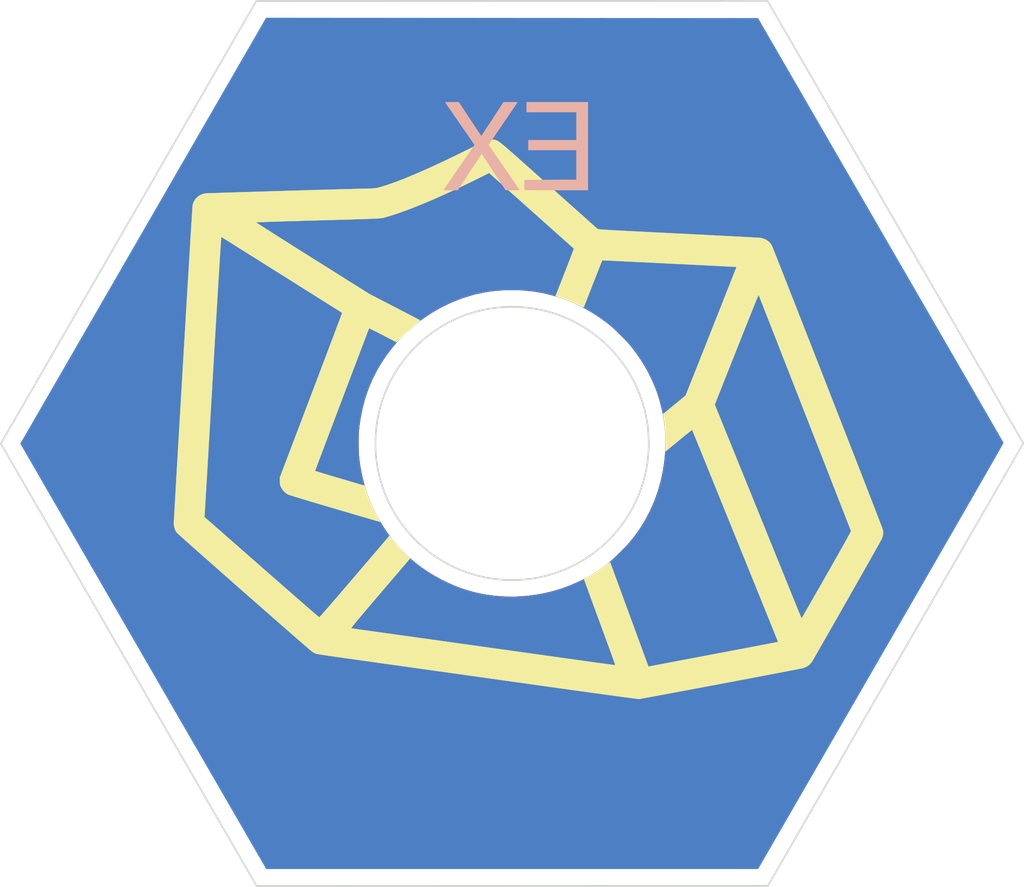
<source format=kicad_pcb>
(kicad_pcb (version 20171130) (host pcbnew 5.1.5+dfsg1-2build2)

  (general
    (thickness 1.6)
    (drawings 137)
    (tracks 0)
    (zones 0)
    (modules 4)
    (nets 1)
  )

  (page A4)
  (layers
    (0 F.Cu signal)
    (31 B.Cu signal)
    (32 B.Adhes user)
    (33 F.Adhes user)
    (34 B.Paste user)
    (35 F.Paste user)
    (36 B.SilkS user)
    (37 F.SilkS user)
    (38 B.Mask user)
    (39 F.Mask user)
    (40 Dwgs.User user)
    (41 Cmts.User user)
    (42 Eco1.User user)
    (43 Eco2.User user)
    (44 Edge.Cuts user)
    (45 Margin user)
    (46 B.CrtYd user)
    (47 F.CrtYd user)
    (48 B.Fab user)
    (49 F.Fab user)
  )

  (setup
    (last_trace_width 0.25)
    (trace_clearance 0.2)
    (zone_clearance 0.508)
    (zone_45_only no)
    (trace_min 0.2)
    (via_size 0.6)
    (via_drill 0.4)
    (via_min_size 0.4)
    (via_min_drill 0.3)
    (uvia_size 0.3)
    (uvia_drill 0.1)
    (uvias_allowed no)
    (uvia_min_size 0.2)
    (uvia_min_drill 0.1)
    (edge_width 0.15)
    (segment_width 0.2)
    (pcb_text_width 0.3)
    (pcb_text_size 1.5 1.5)
    (mod_edge_width 0.15)
    (mod_text_size 1 1)
    (mod_text_width 0.15)
    (pad_size 1.524 1.524)
    (pad_drill 0.762)
    (pad_to_mask_clearance 0.2)
    (aux_axis_origin 0 0)
    (visible_elements FFFFFF7F)
    (pcbplotparams
      (layerselection 0x010f0_ffffffff)
      (usegerberextensions false)
      (usegerberattributes false)
      (usegerberadvancedattributes false)
      (creategerberjobfile false)
      (excludeedgelayer true)
      (linewidth 0.100000)
      (plotframeref false)
      (viasonmask false)
      (mode 1)
      (useauxorigin false)
      (hpglpennumber 1)
      (hpglpenspeed 20)
      (hpglpendiameter 15.000000)
      (psnegative false)
      (psa4output false)
      (plotreference true)
      (plotvalue true)
      (plotinvisibletext false)
      (padsonsilk false)
      (subtractmaskfromsilk false)
      (outputformat 1)
      (mirror false)
      (drillshape 0)
      (scaleselection 1)
      (outputdirectory "gerbers/"))
  )

  (net 0 "")

  (net_class Default "This is the default net class."
    (clearance 0.2)
    (trace_width 0.25)
    (via_dia 0.6)
    (via_drill 0.4)
    (uvia_dia 0.3)
    (uvia_drill 0.1)
  )

  (module LOGO (layer F.Cu) (tedit 0) (tstamp 0)
    (at 0 0)
    (fp_text reference G*** (at 0 0) (layer F.SilkS) hide
      (effects (font (size 1.524 1.524) (thickness 0.3)))
    )
    (fp_text value LOGO (at 0.75 0) (layer F.SilkS) hide
      (effects (font (size 1.524 1.524) (thickness 0.3)))
    )
    (fp_poly (pts (xy -0.00305 -24.929057) (xy 14.399884 -24.92375) (xy 17.831401 -18.9865) (xy 18.131778 -18.466783)
      (xy 18.45131 -17.913925) (xy 18.787966 -17.331436) (xy 19.139718 -16.722828) (xy 19.504537 -16.091612)
      (xy 19.880393 -15.441298) (xy 20.265257 -14.775397) (xy 20.657101 -14.097421) (xy 21.053894 -13.41088)
      (xy 21.453607 -12.719285) (xy 21.854213 -12.026147) (xy 22.25368 -11.334978) (xy 22.649981 -10.649287)
      (xy 23.041086 -9.972586) (xy 23.424966 -9.308385) (xy 23.799591 -8.660197) (xy 24.162933 -8.031531)
      (xy 24.512962 -7.425899) (xy 24.847649 -6.846811) (xy 25.013618 -6.559646) (xy 25.294366 -6.073853)
      (xy 25.569718 -5.597335) (xy 25.838916 -5.131406) (xy 26.101203 -4.677377) (xy 26.355821 -4.236562)
      (xy 26.602013 -3.810273) (xy 26.839022 -3.399823) (xy 27.06609 -3.006525) (xy 27.282461 -2.631691)
      (xy 27.487376 -2.276634) (xy 27.680078 -1.942667) (xy 27.85981 -1.631101) (xy 28.025815 -1.343251)
      (xy 28.177335 -1.080428) (xy 28.313614 -0.843946) (xy 28.433893 -0.635116) (xy 28.537415 -0.455252)
      (xy 28.623423 -0.305666) (xy 28.691159 -0.18767) (xy 28.739867 -0.102579) (xy 28.768789 -0.051703)
      (xy 28.777253 -0.036334) (xy 28.767604 -0.015629) (xy 28.736885 0.041467) (xy 28.68524 0.134707)
      (xy 28.612808 0.263844) (xy 28.519732 0.428632) (xy 28.406154 0.628824) (xy 28.272214 0.864176)
      (xy 28.118054 1.134439) (xy 27.943816 1.439368) (xy 27.749641 1.778716) (xy 27.535671 2.152236)
      (xy 27.302046 2.559684) (xy 27.048909 3.000811) (xy 26.776401 3.475372) (xy 26.484663 3.983121)
      (xy 26.173838 4.523811) (xy 25.844065 5.097195) (xy 25.495487 5.703027) (xy 25.128246 6.341062)
      (xy 24.742483 7.011051) (xy 24.338338 7.71275) (xy 23.915955 8.445912) (xy 23.475473 9.21029)
      (xy 23.017035 10.005638) (xy 22.540783 10.83171) (xy 22.046856 11.688259) (xy 21.598377 12.465854)
      (xy 14.406565 24.934334) (xy -14.392357 24.934334) (xy -14.422231 24.886709) (xy -14.434517 24.865687)
      (xy -14.467311 24.809164) (xy -14.519945 24.718296) (xy -14.591751 24.594238) (xy -14.682062 24.438146)
      (xy -14.790209 24.251175) (xy -14.915526 24.034482) (xy -15.057343 23.789221) (xy -15.214995 23.516548)
      (xy -15.387812 23.217619) (xy -15.575127 22.89359) (xy -15.776273 22.545616) (xy -15.990582 22.174853)
      (xy -16.217386 21.782456) (xy -16.456017 21.369582) (xy -16.705807 20.937385) (xy -16.96609 20.487022)
      (xy -17.236197 20.019648) (xy -17.51546 19.536418) (xy -17.803213 19.038489) (xy -18.098786 18.527016)
      (xy -18.401512 18.003154) (xy -18.710725 17.468059) (xy -19.025755 16.922887) (xy -19.345935 16.368794)
      (xy -19.670598 15.806935) (xy -19.999076 15.238465) (xy -20.330701 14.664541) (xy -20.664805 14.086318)
      (xy -21.000721 13.504952) (xy -21.337781 12.921598) (xy -21.675318 12.337412) (xy -22.012662 11.753549)
      (xy -22.349148 11.171165) (xy -22.684107 10.591417) (xy -23.016871 10.015458) (xy -23.346773 9.444446)
      (xy -23.673145 8.879536) (xy -23.995319 8.321883) (xy -24.312628 7.772643) (xy -24.624403 7.232971)
      (xy -24.929978 6.704024) (xy -25.228684 6.186957) (xy -25.519854 5.682925) (xy -25.80282 5.193084)
      (xy -26.076914 4.71859) (xy -26.341469 4.260599) (xy -26.595817 3.820266) (xy -26.83929 3.398746)
      (xy -27.07122 2.997196) (xy -27.29094 2.61677) (xy -27.497782 2.258625) (xy -27.691079 1.923917)
      (xy -27.870162 1.6138) (xy -28.034364 1.329431) (xy -28.183017 1.071965) (xy -28.315454 0.842558)
      (xy -28.431006 0.642365) (xy -28.529007 0.472542) (xy -28.608787 0.334245) (xy -28.669681 0.228629)
      (xy -28.711019 0.15685) (xy -28.732135 0.120064) (xy -28.734569 0.115769) (xy -28.793838 0.009287)
      (xy -28.757185 -0.054258) (xy -8.991375 -0.054258) (xy -8.99055 0.17137) (xy -8.986153 0.386487)
      (xy -8.978087 0.582306) (xy -8.966254 0.750035) (xy -8.965139 0.762) (xy -8.887456 1.365572)
      (xy -8.770855 1.959551) (xy -8.616561 2.541955) (xy -8.425797 3.110806) (xy -8.199785 3.664123)
      (xy -7.939749 4.199926) (xy -7.646912 4.716235) (xy -7.322496 5.211071) (xy -6.967726 5.682452)
      (xy -6.583823 6.1284) (xy -6.172012 6.546934) (xy -5.733515 6.936074) (xy -5.269556 7.293839)
      (xy -4.781357 7.618251) (xy -4.699 7.668173) (xy -4.177127 7.962114) (xy -3.659216 8.216357)
      (xy -3.1407 8.432219) (xy -2.617013 8.61102) (xy -2.083592 8.754077) (xy -1.535869 8.862709)
      (xy -0.96928 8.938233) (xy -0.37926 8.981968) (xy -0.116416 8.991349) (xy -0.04522 8.99137)
      (xy 0.057634 8.989095) (xy 0.181553 8.98487) (xy 0.315945 8.979041) (xy 0.41275 8.974071)
      (xy 1.044028 8.919868) (xy 1.657997 8.827397) (xy 2.25637 8.69621) (xy 2.840861 8.525858)
      (xy 3.413183 8.31589) (xy 3.975052 8.065859) (xy 4.084933 8.011701) (xy 4.515969 7.782069)
      (xy 4.91866 7.537944) (xy 5.301177 7.27346) (xy 5.671691 6.982752) (xy 6.038373 6.659955)
      (xy 6.252157 6.456065) (xy 6.503556 6.204056) (xy 6.725886 5.968438) (xy 6.925397 5.742265)
      (xy 7.108341 5.518589) (xy 7.185891 5.418261) (xy 7.527609 4.933832) (xy 7.83449 4.427095)
      (xy 8.10609 3.900427) (xy 8.341967 3.356203) (xy 8.541676 2.796797) (xy 8.704775 2.224584)
      (xy 8.830821 1.64194) (xy 8.919369 1.051239) (xy 8.969977 0.454857) (xy 8.982201 -0.144832)
      (xy 8.955597 -0.745453) (xy 8.889724 -1.344629) (xy 8.784136 -1.939988) (xy 8.657009 -2.462517)
      (xy 8.488749 -2.997381) (xy 8.279855 -3.528921) (xy 8.032025 -4.053901) (xy 7.746959 -4.569085)
      (xy 7.426355 -5.071237) (xy 7.071912 -5.557121) (xy 6.955189 -5.704232) (xy 6.852222 -5.82533)
      (xy 6.723407 -5.967158) (xy 6.575313 -6.12322) (xy 6.414512 -6.287019) (xy 6.247571 -6.452061)
      (xy 6.08106 -6.611848) (xy 5.92155 -6.759884) (xy 5.775608 -6.889673) (xy 5.6515 -6.993368)
      (xy 5.151175 -7.365998) (xy 4.628593 -7.703088) (xy 4.085648 -8.003703) (xy 3.524231 -8.26691)
      (xy 2.946237 -8.491775) (xy 2.353558 -8.677365) (xy 2.106084 -8.742053) (xy 1.784934 -8.816236)
      (xy 1.481393 -8.875169) (xy 1.185047 -8.920041) (xy 0.88548 -8.95204) (xy 0.572279 -8.972353)
      (xy 0.235029 -8.982167) (xy -0.010583 -8.983458) (xy -0.292289 -8.980921) (xy -0.540752 -8.974505)
      (xy -0.764944 -8.963542) (xy -0.973833 -8.947359) (xy -1.176389 -8.925285) (xy -1.381582 -8.89665)
      (xy -1.559272 -8.867601) (xy -2.136478 -8.746692) (xy -2.704158 -8.585586) (xy -3.260291 -8.385749)
      (xy -3.802862 -8.148645) (xy -4.329851 -7.87574) (xy -4.839239 -7.568499) (xy -5.32901 -7.228386)
      (xy -5.797145 -6.856869) (xy -6.241625 -6.45541) (xy -6.660432 -6.025476) (xy -7.051549 -5.568533)
      (xy -7.412957 -5.086044) (xy -7.742638 -4.579475) (xy -7.940785 -4.234645) (xy -8.192153 -3.732642)
      (xy -8.41094 -3.207584) (xy -8.597552 -2.658171) (xy -8.752398 -2.083099) (xy -8.875887 -1.481067)
      (xy -8.945312 -1.032408) (xy -8.960893 -0.886075) (xy -8.973386 -0.706304) (xy -8.982696 -0.501884)
      (xy -8.988725 -0.281606) (xy -8.991375 -0.054258) (xy -28.757185 -0.054258) (xy -21.599912 -12.462538)
      (xy -14.405985 -24.934364) (xy -0.00305 -24.929057)) (layer B.Cu) (width 0.01))
  )

  (module LOGO (layer F.Cu) (tedit 0) (tstamp 0)
    (at 0 0)
    (fp_text reference G*** (at 0 0) (layer F.SilkS) hide
      (effects (font (size 1.524 1.524) (thickness 0.3)))
    )
    (fp_text value LOGO (at 0.75 0) (layer F.SilkS) hide
      (effects (font (size 1.524 1.524) (thickness 0.3)))
    )
    (fp_poly (pts (xy -2.466389 -19.008386) (xy -2.345452 -18.824636) (xy -2.231295 -18.652196) (xy -2.126035 -18.494199)
      (xy -2.031794 -18.353779) (xy -1.95069 -18.23407) (xy -1.884844 -18.138205) (xy -1.836375 -18.069317)
      (xy -1.807402 -18.030541) (xy -1.799834 -18.023004) (xy -1.785937 -18.041864) (xy -1.751058 -18.092967)
      (xy -1.69733 -18.173089) (xy -1.626887 -18.279008) (xy -1.541863 -18.407502) (xy -1.444392 -18.555349)
      (xy -1.336607 -18.719325) (xy -1.220644 -18.896209) (xy -1.141561 -19.017085) (xy -0.497416 -20.002433)
      (xy -0.089958 -20.002467) (xy 0.036143 -20.002058) (xy 0.146378 -20.000899) (xy 0.234288 -19.999125)
      (xy 0.293414 -19.99687) (xy 0.317299 -19.994268) (xy 0.3175 -19.993999) (xy 0.305879 -19.975554)
      (xy 0.272281 -19.924951) (xy 0.218604 -19.844994) (xy 0.146744 -19.738485) (xy 0.058601 -19.608224)
      (xy -0.043928 -19.457015) (xy -0.158946 -19.287659) (xy -0.284555 -19.102958) (xy -0.418857 -18.905714)
      (xy -0.529166 -18.743874) (xy -0.668966 -18.538741) (xy -0.801562 -18.343947) (xy -0.925057 -18.162293)
      (xy -1.037553 -17.996582) (xy -1.137152 -17.849617) (xy -1.221957 -17.7242) (xy -1.29007 -17.623134)
      (xy -1.339593 -17.549221) (xy -1.368629 -17.505264) (xy -1.375833 -17.493568) (xy -1.364108 -17.475183)
      (xy -1.330176 -17.424693) (xy -1.275899 -17.344816) (xy -1.203143 -17.238271) (xy -1.113771 -17.107775)
      (xy -1.009647 -16.956047) (xy -0.892634 -16.785806) (xy -0.764596 -16.599769) (xy -0.627398 -16.400656)
      (xy -0.482903 -16.191184) (xy -0.47625 -16.181544) (xy -0.331376 -15.971383) (xy -0.193725 -15.771189)
      (xy -0.065166 -15.58371) (xy 0.052434 -15.411693) (xy 0.157208 -15.257886) (xy 0.247287 -15.125037)
      (xy 0.320806 -15.015893) (xy 0.375895 -14.933202) (xy 0.410687 -14.879712) (xy 0.423316 -14.858171)
      (xy 0.423334 -14.858018) (xy 0.402923 -14.850975) (xy 0.34469 -14.845214) (xy 0.253133 -14.840962)
      (xy 0.13275 -14.838445) (xy 0.023652 -14.837833) (xy -0.37603 -14.837833) (xy -1.080101 -15.907981)
      (xy -1.784173 -16.97813) (xy -2.07246 -16.53769) (xy -2.157809 -16.407307) (xy -2.260653 -16.250214)
      (xy -2.375293 -16.075116) (xy -2.496032 -15.890715) (xy -2.617169 -15.705716) (xy -2.733007 -15.528822)
      (xy -2.773138 -15.467541) (xy -3.185529 -14.837833) (xy -3.595279 -14.837833) (xy -3.736905 -14.838122)
      (xy -3.841437 -14.839293) (xy -3.914112 -14.841801) (xy -3.960166 -14.846103) (xy -3.984837 -14.852654)
      (xy -3.993361 -14.861911) (xy -3.991783 -14.872351) (xy -3.977867 -14.895007) (xy -3.941781 -14.94967)
      (xy -3.88544 -15.033534) (xy -3.810758 -15.143792) (xy -3.719649 -15.277637) (xy -3.614028 -15.432262)
      (xy -3.495808 -15.604859) (xy -3.366904 -15.792623) (xy -3.22923 -15.992744) (xy -3.089935 -16.19483)
      (xy -2.946064 -16.403501) (xy -2.809417 -16.601969) (xy -2.681869 -16.787493) (xy -2.565296 -16.957332)
      (xy -2.461572 -17.108745) (xy -2.372574 -17.238992) (xy -2.300176 -17.345332) (xy -2.246254 -17.425026)
      (xy -2.212682 -17.475332) (xy -2.201333 -17.493485) (xy -2.213081 -17.512212) (xy -2.247047 -17.562926)
      (xy -2.301313 -17.642838) (xy -2.373964 -17.749155) (xy -2.463083 -17.879085) (xy -2.566751 -18.029838)
      (xy -2.683054 -18.198621) (xy -2.810073 -18.382644) (xy -2.945893 -18.579114) (xy -3.058583 -18.741913)
      (xy -3.200025 -18.946289) (xy -3.334185 -19.140448) (xy -3.459148 -19.321598) (xy -3.572995 -19.486945)
      (xy -3.673811 -19.633695) (xy -3.759678 -19.759054) (xy -3.828678 -19.86023) (xy -3.878895 -19.934429)
      (xy -3.908412 -19.978857) (xy -3.915833 -19.991073) (xy -3.895755 -19.994647) (xy -3.839876 -19.997764)
      (xy -3.754726 -20.000236) (xy -3.646835 -20.001877) (xy -3.522735 -20.002499) (xy -3.517325 -20.0025)
      (xy -3.118816 -20.0025) (xy -2.466389 -19.008386)) (layer B.SilkS) (width 0.01))
    (fp_poly (pts (xy 4.445 -14.837833) (xy 2.592253 -14.837833) (xy 2.260029 -14.837935) (xy 1.967813 -14.838262)
      (xy 1.713278 -14.83885) (xy 1.4941 -14.839733) (xy 1.307952 -14.840945) (xy 1.152509 -14.842521)
      (xy 1.025445 -14.844496) (xy 0.924434 -14.846902) (xy 0.847151 -14.849776) (xy 0.791271 -14.853151)
      (xy 0.754467 -14.857062) (xy 0.734414 -14.861543) (xy 0.728922 -14.865411) (xy 0.725378 -14.896079)
      (xy 0.723283 -14.960099) (xy 0.722775 -15.048511) (xy 0.723992 -15.152354) (xy 0.724295 -15.167036)
      (xy 0.73025 -15.441083) (xy 2.248959 -15.446515) (xy 3.767667 -15.451947) (xy 3.767667 -17.187333)
      (xy 0.9525 -17.187333) (xy 0.9525 -17.78) (xy 3.767667 -17.78) (xy 3.767667 -19.409833)
      (xy 0.846667 -19.409833) (xy 0.846667 -20.0025) (xy 4.445 -20.0025) (xy 4.445 -14.837833)) (layer B.SilkS) (width 0.01))
  )

  (module LOGO (layer F.Cu) (tedit 0) (tstamp 0)
    (at 0 0)
    (fp_text reference G*** (at 0 0) (layer F.SilkS) hide
      (effects (font (size 1.524 1.524) (thickness 0.3)))
    )
    (fp_text value LOGO (at 0.75 0) (layer F.SilkS) hide
      (effects (font (size 1.524 1.524) (thickness 0.3)))
    )
    (fp_poly (pts (xy 10.553103 -0.804935) (xy 10.584247 -0.755315) (xy 10.602341 -0.715394) (xy 10.651537 -0.596574)
      (xy 10.713779 -0.445258) (xy 10.788339 -0.263244) (xy 10.874494 -0.052328) (xy 10.971518 0.185692)
      (xy 11.078687 0.449017) (xy 11.195274 0.73585) (xy 11.320556 1.044395) (xy 11.453806 1.372852)
      (xy 11.5943 1.719424) (xy 11.741312 2.082315) (xy 11.894118 2.459725) (xy 12.051992 2.849858)
      (xy 12.21421 3.250916) (xy 12.380046 3.661101) (xy 12.548774 4.078616) (xy 12.719671 4.501663)
      (xy 12.89201 4.928444) (xy 13.065068 5.357162) (xy 13.238117 5.786019) (xy 13.410435 6.213218)
      (xy 13.581294 6.63696) (xy 13.749971 7.055449) (xy 13.91574 7.466886) (xy 14.077876 7.869475)
      (xy 14.235654 8.261417) (xy 14.388348 8.640915) (xy 14.535235 9.00617) (xy 14.675588 9.355387)
      (xy 14.808682 9.686766) (xy 14.933793 9.998511) (xy 15.050195 10.288823) (xy 15.157163 10.555905)
      (xy 15.253972 10.79796) (xy 15.339897 11.013189) (xy 15.414213 11.199796) (xy 15.476194 11.355982)
      (xy 15.525116 11.47995) (xy 15.560253 11.569903) (xy 15.580881 11.624042) (xy 15.586437 11.640666)
      (xy 15.564034 11.646289) (xy 15.502129 11.659349) (xy 15.402818 11.679441) (xy 15.268198 11.706159)
      (xy 15.100368 11.739101) (xy 14.901425 11.777861) (xy 14.673466 11.822036) (xy 14.41859 11.87122)
      (xy 14.138893 11.925009) (xy 13.836474 11.982999) (xy 13.513429 12.044786) (xy 13.171857 12.109965)
      (xy 12.813855 12.178132) (xy 12.441521 12.248882) (xy 12.056952 12.321811) (xy 11.853334 12.360368)
      (xy 11.462202 12.434404) (xy 11.081594 12.506472) (xy 10.713655 12.576164) (xy 10.36053 12.643073)
      (xy 10.024361 12.706793) (xy 9.707294 12.766915) (xy 9.411472 12.823033) (xy 9.13904 12.87474)
      (xy 8.892142 12.92163) (xy 8.672923 12.963294) (xy 8.483526 12.999326) (xy 8.326097 13.029319)
      (xy 8.202778 13.052865) (xy 8.115714 13.069559) (xy 8.067051 13.078992) (xy 8.057867 13.080842)
      (xy 8.003635 13.089317) (xy 7.974859 13.080889) (xy 7.957147 13.052593) (xy 7.947692 13.027821)
      (xy 7.924478 12.965501) (xy 7.888314 12.867832) (xy 7.840008 12.737015) (xy 7.780371 12.575248)
      (xy 7.71021 12.384731) (xy 7.630335 12.167664) (xy 7.541556 11.926247) (xy 7.44468 11.662678)
      (xy 7.340518 11.379158) (xy 7.229877 11.077887) (xy 7.113568 10.761063) (xy 6.992399 10.430886)
      (xy 6.867179 10.089556) (xy 6.827027 9.980084) (xy 5.716911 6.95325) (xy 5.837664 6.848585)
      (xy 5.93284 6.763005) (xy 6.049454 6.653304) (xy 6.180376 6.526605) (xy 6.318478 6.390028)
      (xy 6.456631 6.250697) (xy 6.587707 6.115733) (xy 6.704576 5.992258) (xy 6.800111 5.887394)
      (xy 6.802817 5.884334) (xy 7.174484 5.431716) (xy 7.514384 4.952068) (xy 7.82157 4.44738)
      (xy 8.095099 3.919641) (xy 8.334022 3.370842) (xy 8.537394 2.802973) (xy 8.704269 2.218024)
      (xy 8.833702 1.617984) (xy 8.835392 1.608667) (xy 8.868541 1.40696) (xy 8.901059 1.174108)
      (xy 8.931524 0.921288) (xy 8.958517 0.659681) (xy 8.96501 0.589156) (xy 8.977655 0.448062)
      (xy 9.739473 -0.179303) (xy 9.894781 -0.306951) (xy 10.040606 -0.426325) (xy 10.173599 -0.534717)
      (xy 10.290411 -0.629419) (xy 10.387693 -0.707725) (xy 10.462095 -0.766927) (xy 10.510269 -0.804317)
      (xy 10.528483 -0.817103) (xy 10.553103 -0.804935)) (layer F.Cu) (width 0.01))
    (fp_poly (pts (xy -5.964478 6.744365) (xy -5.921087 6.775825) (xy -5.8801 6.810909) (xy -5.593688 7.05348)
      (xy -5.271646 7.294436) (xy -4.920621 7.530025) (xy -4.547264 7.756498) (xy -4.158221 7.970103)
      (xy -3.760142 8.167092) (xy -3.359676 8.343713) (xy -2.963471 8.496217) (xy -2.783416 8.557584)
      (xy -2.211779 8.721856) (xy -1.627561 8.846423) (xy -1.033203 8.93116) (xy -0.431144 8.97594)
      (xy 0.176174 8.980639) (xy 0.786312 8.94513) (xy 1.39683 8.869288) (xy 1.811906 8.794419)
      (xy 2.352253 8.668546) (xy 2.87181 8.514009) (xy 3.381638 8.327101) (xy 3.892795 8.104118)
      (xy 3.942482 8.080611) (xy 4.040223 8.035381) (xy 4.124139 7.999041) (xy 4.187038 7.974513)
      (xy 4.221729 7.964724) (xy 4.225915 7.96536) (xy 4.23471 7.986467) (xy 4.256964 8.044439)
      (xy 4.291615 8.136376) (xy 4.337598 8.259379) (xy 4.393846 8.41055) (xy 4.459296 8.586989)
      (xy 4.532884 8.785797) (xy 4.613543 9.004076) (xy 4.70021 9.238926) (xy 4.79182 9.487448)
      (xy 4.887307 9.746743) (xy 4.985608 10.013913) (xy 5.085657 10.286058) (xy 5.18639 10.560279)
      (xy 5.286741 10.833678) (xy 5.385647 11.103354) (xy 5.482042 11.366411) (xy 5.574862 11.619947)
      (xy 5.663042 11.861065) (xy 5.745517 12.086864) (xy 5.821222 12.294448) (xy 5.889093 12.480915)
      (xy 5.948065 12.643368) (xy 5.997073 12.778907) (xy 6.035052 12.884633) (xy 6.060938 12.957647)
      (xy 6.073665 12.995051) (xy 6.074834 12.999396) (xy 6.056624 13.011701) (xy 6.016625 13.014885)
      (xy 5.991597 13.011778) (xy 5.926127 13.002981) (xy 5.821691 12.988702) (xy 5.679769 12.969146)
      (xy 5.501838 12.944521) (xy 5.289377 12.915032) (xy 5.043863 12.880887) (xy 4.766774 12.842293)
      (xy 4.459589 12.799455) (xy 4.123785 12.75258) (xy 3.76084 12.701875) (xy 3.372233 12.647547)
      (xy 2.959441 12.589801) (xy 2.523943 12.528845) (xy 2.067216 12.464886) (xy 1.590739 12.398129)
      (xy 1.095989 12.328781) (xy 0.584445 12.25705) (xy 0.057584 12.183141) (xy -0.483116 12.10726)
      (xy -1.036176 12.029616) (xy -1.600118 11.950414) (xy -1.750596 11.929275) (xy -2.316693 11.849718)
      (xy -2.872074 11.771608) (xy -3.415272 11.695153) (xy -3.94482 11.620562) (xy -4.459251 11.548044)
      (xy -4.9571 11.477805) (xy -5.436899 11.410054) (xy -5.897181 11.345) (xy -6.33648 11.28285)
      (xy -6.75333 11.223813) (xy -7.146263 11.168097) (xy -7.513814 11.115909) (xy -7.854514 11.067458)
      (xy -8.166899 11.022953) (xy -8.449501 10.982601) (xy -8.700853 10.94661) (xy -8.919488 10.915189)
      (xy -9.103941 10.888545) (xy -9.252745 10.866888) (xy -9.364432 10.850424) (xy -9.437536 10.839363)
      (xy -9.470591 10.833911) (xy -9.472468 10.833421) (xy -9.460381 10.816384) (xy -9.422756 10.769521)
      (xy -9.361579 10.695169) (xy -9.278837 10.595664) (xy -9.176516 10.473345) (xy -9.056605 10.330547)
      (xy -8.921088 10.169607) (xy -8.771955 9.992863) (xy -8.61119 9.802651) (xy -8.440781 9.601309)
      (xy -8.262715 9.391173) (xy -8.078979 9.17458) (xy -7.891559 8.953867) (xy -7.702442 8.731371)
      (xy -7.513616 8.509429) (xy -7.327066 8.290378) (xy -7.144781 8.076555) (xy -6.968745 7.870296)
      (xy -6.800948 7.673939) (xy -6.643374 7.489821) (xy -6.498012 7.320278) (xy -6.366848 7.167647)
      (xy -6.251868 7.034266) (xy -6.15506 6.922471) (xy -6.07841 6.834599) (xy -6.023906 6.772987)
      (xy -5.993533 6.739973) (xy -5.987932 6.734881) (xy -5.964478 6.744365)) (layer F.Cu) (width 0.01))
    (fp_poly (pts (xy 14.451629 -8.73944) (xy 14.475604 -8.679973) (xy 14.513551 -8.584551) (xy 14.564799 -8.45489)
      (xy 14.62868 -8.292708) (xy 14.704525 -8.09972) (xy 14.791666 -7.877644) (xy 14.889434 -7.628196)
      (xy 14.997159 -7.353092) (xy 15.114174 -7.054049) (xy 15.239809 -6.732784) (xy 15.373395 -6.391013)
      (xy 15.514264 -6.030453) (xy 15.661747 -5.652821) (xy 15.815176 -5.259832) (xy 15.97388 -4.853204)
      (xy 16.137193 -4.434653) (xy 16.304444 -4.005896) (xy 16.474965 -3.568649) (xy 16.648087 -3.124629)
      (xy 16.823142 -2.675552) (xy 16.99946 -2.223135) (xy 17.176374 -1.769095) (xy 17.353213 -1.315148)
      (xy 17.52931 -0.863011) (xy 17.703995 -0.4144) (xy 17.8766 0.028968) (xy 18.046456 0.465376)
      (xy 18.212894 0.893109) (xy 18.375245 1.310448) (xy 18.532842 1.715679) (xy 18.685013 2.107084)
      (xy 18.831092 2.482946) (xy 18.970409 2.84155) (xy 19.102296 3.181178) (xy 19.226083 3.500113)
      (xy 19.341102 3.796641) (xy 19.446684 4.069043) (xy 19.542161 4.315603) (xy 19.626863 4.534604)
      (xy 19.700121 4.724331) (xy 19.761268 4.883066) (xy 19.809634 5.009093) (xy 19.84455 5.100695)
      (xy 19.865348 5.156156) (xy 19.871438 5.173781) (xy 19.860102 5.196209) (xy 19.829295 5.252581)
      (xy 19.780472 5.340346) (xy 19.715088 5.456955) (xy 19.634598 5.599855) (xy 19.540457 5.766498)
      (xy 19.434121 5.954332) (xy 19.317044 6.160807) (xy 19.190683 6.383372) (xy 19.056491 6.619477)
      (xy 18.915924 6.86657) (xy 18.770438 7.122103) (xy 18.621488 7.383523) (xy 18.470528 7.648281)
      (xy 18.319013 7.913826) (xy 18.1684 8.177607) (xy 18.020143 8.437075) (xy 17.875697 8.689677)
      (xy 17.736517 8.932864) (xy 17.60406 9.164085) (xy 17.479778 9.38079) (xy 17.365129 9.580428)
      (xy 17.261567 9.760449) (xy 17.170547 9.918301) (xy 17.093525 10.051435) (xy 17.031955 10.1573)
      (xy 16.987292 10.233345) (xy 16.960993 10.27702) (xy 16.954205 10.287) (xy 16.9453 10.267627)
      (xy 16.921102 10.210486) (xy 16.882211 10.11705) (xy 16.829226 9.988787) (xy 16.762747 9.827169)
      (xy 16.683372 9.633665) (xy 16.591702 9.409747) (xy 16.488335 9.156884) (xy 16.373872 8.876547)
      (xy 16.24891 8.570206) (xy 16.11405 8.239332) (xy 15.969891 7.885395) (xy 15.817033 7.509866)
      (xy 15.656074 7.114214) (xy 15.487615 6.699911) (xy 15.312254 6.268426) (xy 15.130591 5.82123)
      (xy 14.943225 5.359794) (xy 14.750756 4.885587) (xy 14.553782 4.400081) (xy 14.402459 4.026959)
      (xy 14.202393 3.533387) (xy 14.006484 3.0497) (xy 13.815328 2.577386) (xy 13.629523 2.117928)
      (xy 13.449664 1.672814) (xy 13.27635 1.24353) (xy 13.110176 0.83156) (xy 12.951739 0.438392)
      (xy 12.801636 0.065511) (xy 12.660464 -0.285596) (xy 12.52882 -0.613445) (xy 12.4073 -0.916548)
      (xy 12.296502 -1.193421) (xy 12.197022 -1.442576) (xy 12.109456 -1.662528) (xy 12.034402 -1.851792)
      (xy 11.972456 -2.00888) (xy 11.924216 -2.132308) (xy 11.890277 -2.220589) (xy 11.871237 -2.272237)
      (xy 11.86709 -2.286) (xy 11.874995 -2.309752) (xy 11.897519 -2.370254) (xy 11.933666 -2.464981)
      (xy 11.982436 -2.591407) (xy 12.042832 -2.747006) (xy 12.113856 -2.929253) (xy 12.19451 -3.135622)
      (xy 12.283796 -3.363588) (xy 12.380717 -3.610625) (xy 12.484273 -3.874207) (xy 12.593467 -4.151809)
      (xy 12.707301 -4.440905) (xy 12.824778 -4.73897) (xy 12.944898 -5.043477) (xy 13.066665 -5.351902)
      (xy 13.18908 -5.661719) (xy 13.311145 -5.970402) (xy 13.431862 -6.275425) (xy 13.550234 -6.574263)
      (xy 13.665261 -6.864391) (xy 13.775947 -7.143282) (xy 13.881293 -7.408411) (xy 13.980302 -7.657253)
      (xy 14.071975 -7.887282) (xy 14.155314 -8.095972) (xy 14.229322 -8.280798) (xy 14.293 -8.439233)
      (xy 14.34535 -8.568754) (xy 14.385375 -8.666833) (xy 14.412076 -8.730945) (xy 14.424456 -8.758565)
      (xy 14.425024 -8.759413) (xy 14.442292 -8.761236) (xy 14.451629 -8.73944)) (layer F.Cu) (width 0.01))
    (fp_poly (pts (xy -17.039254 -12.128612) (xy -16.988499 -12.100097) (xy -16.911027 -12.054255) (xy -16.811333 -11.993793)
      (xy -16.693911 -11.921417) (xy -16.563257 -11.839834) (xy -16.520441 -11.812891) (xy -16.443733 -11.764558)
      (xy -16.333501 -11.695145) (xy -16.192057 -11.606108) (xy -16.021714 -11.4989) (xy -15.824784 -11.374977)
      (xy -15.60358 -11.235793) (xy -15.360415 -11.082804) (xy -15.097602 -10.917465) (xy -14.817452 -10.74123)
      (xy -14.522278 -10.555554) (xy -14.214394 -10.361892) (xy -13.896112 -10.1617) (xy -13.569744 -9.956431)
      (xy -13.237603 -9.747541) (xy -12.98575 -9.589153) (xy -12.659919 -9.384193) (xy -12.343601 -9.185117)
      (xy -12.038671 -8.99311) (xy -11.747008 -8.809358) (xy -11.470488 -8.635047) (xy -11.210988 -8.471362)
      (xy -10.970385 -8.31949) (xy -10.750556 -8.180616) (xy -10.553378 -8.055925) (xy -10.380729 -7.946605)
      (xy -10.234484 -7.853839) (xy -10.116521 -7.778815) (xy -10.028717 -7.722718) (xy -9.972948 -7.686734)
      (xy -9.951093 -7.672048) (xy -9.950981 -7.671948) (xy -9.949664 -7.664052) (xy -9.952667 -7.645582)
      (xy -9.960496 -7.615169) (xy -9.973659 -7.571442) (xy -9.992665 -7.513029) (xy -10.018022 -7.438561)
      (xy -10.050236 -7.346665) (xy -10.089818 -7.235972) (xy -10.137273 -7.105111) (xy -10.193111 -6.95271)
      (xy -10.257839 -6.777399) (xy -10.331965 -6.577806) (xy -10.415997 -6.352562) (xy -10.510443 -6.100296)
      (xy -10.61581 -5.819635) (xy -10.732608 -5.509211) (xy -10.861343 -5.167651) (xy -11.002524 -4.793585)
      (xy -11.156659 -4.385642) (xy -11.324256 -3.942451) (xy -11.505821 -3.462642) (xy -11.701865 -2.944843)
      (xy -11.732222 -2.864683) (xy -11.896285 -2.431371) (xy -12.056539 -2.007931) (xy -12.212324 -1.596109)
      (xy -12.362984 -1.197652) (xy -12.50786 -0.814304) (xy -12.646294 -0.44781) (xy -12.777629 -0.099917)
      (xy -12.901207 0.22763) (xy -13.016369 0.533086) (xy -13.122459 0.814706) (xy -13.218818 1.070742)
      (xy -13.304789 1.299452) (xy -13.379713 1.499087) (xy -13.442933 1.667904) (xy -13.493791 1.804157)
      (xy -13.531629 1.9061) (xy -13.55579 1.971987) (xy -13.565615 2.000074) (xy -13.565664 2.00025)
      (xy -13.589879 2.166138) (xy -13.57668 2.336011) (xy -13.529497 2.502732) (xy -13.451764 2.659167)
      (xy -13.346912 2.798178) (xy -13.218372 2.912632) (xy -13.091583 2.985943) (xy -13.060392 2.996867)
      (xy -12.991258 3.018908) (xy -12.88686 3.051262) (xy -12.749873 3.093126) (xy -12.582977 3.143696)
      (xy -12.388848 3.202167) (xy -12.170164 3.267736) (xy -11.929603 3.339598) (xy -11.669841 3.416951)
      (xy -11.393557 3.498989) (xy -11.103428 3.584909) (xy -10.802132 3.673907) (xy -10.69975 3.704098)
      (xy -10.389495 3.79555) (xy -10.085575 3.885138) (xy -9.791055 3.97196) (xy -9.508997 4.055111)
      (xy -9.242466 4.133689) (xy -8.994526 4.206789) (xy -8.76824 4.27351) (xy -8.566673 4.332947)
      (xy -8.392887 4.384196) (xy -8.249948 4.426356) (xy -8.140918 4.458522) (xy -8.068862 4.47979)
      (xy -8.059798 4.482468) (xy -7.727013 4.580783) (xy -7.617427 4.7616) (xy -7.56105 4.851616)
      (xy -7.489296 4.961826) (xy -7.411517 5.078065) (xy -7.339327 5.182938) (xy -7.170812 5.423459)
      (xy -7.210198 5.474748) (xy -7.232011 5.501387) (xy -7.278911 5.557326) (xy -7.349052 5.640401)
      (xy -7.440586 5.748449) (xy -7.551666 5.879308) (xy -7.680445 6.030814) (xy -7.825075 6.200805)
      (xy -7.98371 6.387117) (xy -8.154502 6.587587) (xy -8.335604 6.800053) (xy -8.525168 7.022351)
      (xy -8.721349 7.252319) (xy -8.922298 7.487793) (xy -9.126169 7.726612) (xy -9.331113 7.96661)
      (xy -9.535285 8.205627) (xy -9.736836 8.441498) (xy -9.93392 8.672061) (xy -10.12469 8.895152)
      (xy -10.307297 9.10861) (xy -10.479896 9.31027) (xy -10.640639 9.49797) (xy -10.787678 9.669547)
      (xy -10.919167 9.822838) (xy -11.033259 9.955679) (xy -11.128105 10.065909) (xy -11.20186 10.151364)
      (xy -11.252675 10.209881) (xy -11.278704 10.239297) (xy -11.281833 10.242464) (xy -11.29945 10.229046)
      (xy -11.345488 10.190481) (xy -11.41663 10.129638) (xy -11.50956 10.049386) (xy -11.620964 9.952595)
      (xy -11.747525 9.842133) (xy -11.885926 9.720869) (xy -11.971288 9.645866) (xy -12.063531 9.564779)
      (xy -12.185354 9.457765) (xy -12.334501 9.326803) (xy -12.508719 9.173872) (xy -12.705751 9.000948)
      (xy -12.923344 8.810011) (xy -13.159242 8.603039) (xy -13.41119 8.38201) (xy -13.676933 8.148902)
      (xy -13.954217 7.905694) (xy -14.240786 7.654363) (xy -14.534386 7.396888) (xy -14.832762 7.135247)
      (xy -15.133659 6.871419) (xy -15.315621 6.711884) (xy -15.604763 6.458382) (xy -15.885453 6.21228)
      (xy -16.156023 5.97504) (xy -16.414806 5.748126) (xy -16.660134 5.533) (xy -16.890339 5.331124)
      (xy -17.103753 5.143961) (xy -17.298709 4.972974) (xy -17.473539 4.819626) (xy -17.626576 4.68538)
      (xy -17.75615 4.571697) (xy -17.860596 4.48004) (xy -17.938245 4.411873) (xy -17.98743 4.368658)
      (xy -18.006482 4.351857) (xy -18.006544 4.351801) (xy -18.008304 4.34102) (xy -18.008876 4.31227)
      (xy -18.008207 4.264556) (xy -18.00624 4.196883) (xy -18.00292 4.108257) (xy -17.998194 3.99768)
      (xy -17.992005 3.86416) (xy -17.984298 3.706699) (xy -17.975019 3.524303) (xy -17.964113 3.315976)
      (xy -17.951524 3.080724) (xy -17.937197 2.817551) (xy -17.921077 2.525462) (xy -17.90311 2.203461)
      (xy -17.883239 1.850554) (xy -17.861411 1.465745) (xy -17.83757 1.048039) (xy -17.81166 0.59644)
      (xy -17.783628 0.109954) (xy -17.753417 -0.412415) (xy -17.720974 -0.971663) (xy -17.686242 -1.568783)
      (xy -17.649166 -2.204773) (xy -17.609692 -2.880626) (xy -17.567765 -3.597338) (xy -17.550066 -3.899589)
      (xy -17.515644 -4.486894) (xy -17.48181 -5.063417) (xy -17.44865 -5.627723) (xy -17.416249 -6.178375)
      (xy -17.384692 -6.713938) (xy -17.354066 -7.232976) (xy -17.324456 -7.734054) (xy -17.295948 -8.215735)
      (xy -17.268627 -8.676584) (xy -17.242579 -9.115165) (xy -17.21789 -9.530041) (xy -17.194644 -9.919778)
      (xy -17.172929 -10.28294) (xy -17.152829 -10.61809) (xy -17.13443 -10.923793) (xy -17.117818 -11.198613)
      (xy -17.103078 -11.441114) (xy -17.090296 -11.649861) (xy -17.079558 -11.823417) (xy -17.070949 -11.960347)
      (xy -17.064554 -12.059216) (xy -17.060461 -12.118586) (xy -17.058797 -12.137092) (xy -17.039254 -12.128612)) (layer F.Cu) (width 0.01))
    (fp_poly (pts (xy -8.335647 -6.757886) (xy -8.278263 -6.730168) (xy -8.193086 -6.687836) (xy -8.084979 -6.633396)
      (xy -7.958799 -6.56935) (xy -7.819408 -6.498203) (xy -7.671666 -6.422458) (xy -7.520433 -6.344618)
      (xy -7.370569 -6.267188) (xy -7.226934 -6.192672) (xy -7.094388 -6.123572) (xy -6.977792 -6.062392)
      (xy -6.882005 -6.011637) (xy -6.811888 -5.97381) (xy -6.772301 -5.951415) (xy -6.765666 -5.94697)
      (xy -6.771551 -5.92554) (xy -6.800887 -5.879156) (xy -6.848992 -5.814496) (xy -6.911182 -5.738241)
      (xy -6.915864 -5.732733) (xy -7.271097 -5.285156) (xy -7.598597 -4.809839) (xy -7.895643 -4.311838)
      (xy -8.159515 -3.79621) (xy -8.387494 -3.268011) (xy -8.576858 -2.732297) (xy -8.635909 -2.535579)
      (xy -8.725055 -2.196132) (xy -8.805572 -1.835143) (xy -8.874888 -1.46658) (xy -8.93043 -1.104411)
      (xy -8.969629 -0.762604) (xy -8.976111 -0.687736) (xy -8.985439 -0.527751) (xy -8.990792 -0.336449)
      (xy -8.992364 -0.123753) (xy -8.99035 0.100416) (xy -8.984945 0.326134) (xy -8.976342 0.543482)
      (xy -8.964736 0.742535) (xy -8.950322 0.913373) (xy -8.943558 0.973667) (xy -8.902684 1.262258)
      (xy -8.849787 1.567537) (xy -8.787818 1.874928) (xy -8.719724 2.169857) (xy -8.648454 2.437748)
      (xy -8.644898 2.450042) (xy -8.640844 2.485384) (xy -8.649406 2.495143) (xy -8.672242 2.488852)
      (xy -8.732386 2.471473) (xy -8.826564 2.443968) (xy -8.951504 2.407304) (xy -9.103932 2.362443)
      (xy -9.280575 2.31035) (xy -9.47816 2.25199) (xy -9.693412 2.188326) (xy -9.92306 2.120322)
      (xy -10.113156 2.063973) (xy -10.35156 1.993189) (xy -10.577876 1.925832) (xy -10.788867 1.862875)
      (xy -10.981291 1.805294) (xy -11.15191 1.754063) (xy -11.297482 1.710156) (xy -11.414768 1.674548)
      (xy -11.500529 1.648213) (xy -11.551524 1.632125) (xy -11.565111 1.627288) (xy -11.558358 1.607017)
      (xy -11.53728 1.548988) (xy -11.502564 1.455025) (xy -11.454895 1.326953) (xy -11.394962 1.166595)
      (xy -11.32345 0.975776) (xy -11.241047 0.756321) (xy -11.148439 0.510052) (xy -11.046313 0.238796)
      (xy -10.935356 -0.055625) (xy -10.816254 -0.371387) (xy -10.689695 -0.706663) (xy -10.556365 -1.059632)
      (xy -10.416952 -1.428468) (xy -10.27214 -1.811347) (xy -10.122618 -2.206445) (xy -9.982121 -2.577488)
      (xy -9.790708 -3.082667) (xy -9.6137 -3.549408) (xy -9.450632 -3.97891) (xy -9.301042 -4.372371)
      (xy -9.164465 -4.730989) (xy -9.040437 -5.055963) (xy -8.928495 -5.348492) (xy -8.828176 -5.609774)
      (xy -8.739015 -5.841006) (xy -8.660548 -6.043389) (xy -8.592312 -6.21812) (xy -8.533843 -6.366398)
      (xy -8.484678 -6.489421) (xy -8.444352 -6.588388) (xy -8.412402 -6.664497) (xy -8.388364 -6.718946)
      (xy -8.371774 -6.752935) (xy -8.362169 -6.767661) (xy -8.360379 -6.768488) (xy -8.335647 -6.757886)) (layer F.Cu) (width 0.01))
    (fp_poly (pts (xy 5.471584 -10.74653) (xy 5.515081 -10.744326) (xy 5.598567 -10.740122) (xy 5.719752 -10.734032)
      (xy 5.876345 -10.726172) (xy 6.066054 -10.716655) (xy 6.286589 -10.705597) (xy 6.535658 -10.693113)
      (xy 6.810971 -10.679317) (xy 7.110237 -10.664324) (xy 7.431164 -10.648249) (xy 7.771462 -10.631206)
      (xy 8.128839 -10.613311) (xy 8.501006 -10.594679) (xy 8.88567 -10.575423) (xy 9.280541 -10.55566)
      (xy 9.424459 -10.548457) (xy 9.917806 -10.523648) (xy 10.379705 -10.500178) (xy 10.809321 -10.478092)
      (xy 11.205817 -10.457438) (xy 11.568356 -10.438261) (xy 11.896102 -10.42061) (xy 12.188218 -10.404529)
      (xy 12.443867 -10.390067) (xy 12.662214 -10.377269) (xy 12.842421 -10.366182) (xy 12.983653 -10.356852)
      (xy 13.085073 -10.349328) (xy 13.145844 -10.343654) (xy 13.165165 -10.33999) (xy 13.157431 -10.318452)
      (xy 13.134838 -10.259487) (xy 13.098143 -10.165015) (xy 13.048103 -10.036957) (xy 12.985475 -9.877233)
      (xy 12.911017 -9.687763) (xy 12.825486 -9.470469) (xy 12.72964 -9.227269) (xy 12.624235 -8.960085)
      (xy 12.510028 -8.670837) (xy 12.387778 -8.361446) (xy 12.25824 -8.033831) (xy 12.122174 -7.689914)
      (xy 11.980335 -7.331614) (xy 11.833481 -6.960853) (xy 11.68237 -6.57955) (xy 11.67528 -6.561666)
      (xy 10.185898 -2.804583) (xy 9.526308 -2.259541) (xy 9.382592 -2.141094) (xy 9.24891 -2.03151)
      (xy 9.128793 -1.933642) (xy 9.025777 -1.850344) (xy 8.943395 -1.784466) (xy 8.885181 -1.738862)
      (xy 8.854668 -1.716384) (xy 8.851086 -1.7145) (xy 8.841275 -1.73401) (xy 8.824599 -1.787774)
      (xy 8.803024 -1.868644) (xy 8.778511 -1.96947) (xy 8.765648 -2.025658) (xy 8.613832 -2.605906)
      (xy 8.421511 -3.174322) (xy 8.189013 -3.730237) (xy 7.916669 -4.272981) (xy 7.604807 -4.801884)
      (xy 7.253758 -5.316277) (xy 6.955189 -5.704232) (xy 6.851704 -5.825943) (xy 6.72238 -5.968328)
      (xy 6.57382 -6.124858) (xy 6.412626 -6.289008) (xy 6.245399 -6.454252) (xy 6.078742 -6.614063)
      (xy 5.919255 -6.761914) (xy 5.773541 -6.89128) (xy 5.6515 -6.993012) (xy 5.484779 -7.12116)
      (xy 5.29477 -7.25938) (xy 5.09146 -7.400935) (xy 4.884836 -7.539087) (xy 4.684887 -7.6671)
      (xy 4.501598 -7.778235) (xy 4.409578 -7.830798) (xy 4.173072 -7.962127) (xy 4.219078 -8.083136)
      (xy 4.234732 -8.123826) (xy 4.264321 -8.200249) (xy 4.306402 -8.308696) (xy 4.359532 -8.445457)
      (xy 4.422269 -8.606823) (xy 4.493171 -8.789085) (xy 4.570796 -8.988534) (xy 4.653702 -9.201461)
      (xy 4.740446 -9.424156) (xy 4.7625 -9.48076) (xy 5.259917 -10.757375) (xy 5.471584 -10.74653)) (layer F.Cu) (width 0.01))
    (fp_poly (pts (xy 1.136787 -13.661751) (xy 1.413913 -13.414042) (xy 1.682533 -13.173795) (xy 1.940941 -12.942541)
      (xy 2.187429 -12.721815) (xy 2.420293 -12.513147) (xy 2.637826 -12.31807) (xy 2.838323 -12.138117)
      (xy 3.020076 -11.974821) (xy 3.18138 -11.829713) (xy 3.320529 -11.704327) (xy 3.435817 -11.600194)
      (xy 3.525537 -11.518847) (xy 3.587984 -11.461819) (xy 3.621451 -11.430642) (xy 3.626847 -11.425136)
      (xy 3.622062 -11.401641) (xy 3.602854 -11.341821) (xy 3.57038 -11.248713) (xy 3.525796 -11.125355)
      (xy 3.470259 -10.974783) (xy 3.404924 -10.800037) (xy 3.330947 -10.604152) (xy 3.249486 -10.390166)
      (xy 3.161696 -10.161117) (xy 3.068733 -9.920043) (xy 2.971754 -9.669979) (xy 2.871915 -9.413965)
      (xy 2.770372 -9.155037) (xy 2.668281 -8.896233) (xy 2.568401 -8.644613) (xy 2.543127 -8.638326)
      (xy 2.478686 -8.647909) (xy 2.375153 -8.673349) (xy 2.343218 -8.682172) (xy 1.803683 -8.813098)
      (xy 1.246522 -8.908604) (xy 0.677206 -8.968705) (xy 0.101209 -8.993416) (xy -0.475997 -8.982753)
      (xy -1.04894 -8.936731) (xy -1.612146 -8.855366) (xy -2.160143 -8.738674) (xy -2.42116 -8.668686)
      (xy -2.992524 -8.48331) (xy -3.55299 -8.259242) (xy -4.097754 -7.998806) (xy -4.622009 -7.704325)
      (xy -5.120952 -7.378121) (xy -5.184586 -7.332872) (xy -5.261417 -7.278094) (xy -5.324507 -7.233849)
      (xy -5.366643 -7.205149) (xy -5.380596 -7.196719) (xy -5.399908 -7.206243) (xy -5.453982 -7.233829)
      (xy -5.540008 -7.278026) (xy -5.655179 -7.337385) (xy -5.796689 -7.410454) (xy -5.961729 -7.495781)
      (xy -6.147493 -7.591916) (xy -6.351173 -7.697408) (xy -6.569961 -7.810805) (xy -6.801051 -7.930658)
      (xy -6.910916 -7.987665) (xy -8.434916 -8.778559) (xy -11.694583 -10.830572) (xy -12.104986 -11.08892)
      (xy -12.481055 -11.325643) (xy -12.824272 -11.541684) (xy -13.136119 -11.737987) (xy -13.41808 -11.915494)
      (xy -13.671637 -12.075148) (xy -13.898271 -12.217891) (xy -14.099467 -12.344666) (xy -14.276706 -12.456416)
      (xy -14.43147 -12.554084) (xy -14.565243 -12.638612) (xy -14.679506 -12.710944) (xy -14.775743 -12.772021)
      (xy -14.855436 -12.822787) (xy -14.920067 -12.864184) (xy -14.971119 -12.897155) (xy -15.010074 -12.922643)
      (xy -15.038415 -12.94159) (xy -15.057625 -12.954939) (xy -15.069185 -12.963634) (xy -15.074579 -12.968616)
      (xy -15.075289 -12.970828) (xy -15.072797 -12.971214) (xy -15.068586 -12.970715) (xy -15.064139 -12.970275)
      (xy -15.060937 -12.970837) (xy -15.060663 -12.971059) (xy -15.037692 -12.973497) (xy -14.972951 -12.976997)
      (xy -14.866986 -12.981541) (xy -14.720346 -12.987113) (xy -14.53358 -12.993695) (xy -14.307236 -13.001272)
      (xy -14.041862 -13.009826) (xy -13.738006 -13.01934) (xy -13.396217 -13.029798) (xy -13.017043 -13.041183)
      (xy -12.601033 -13.053478) (xy -12.148734 -13.066667) (xy -11.660695 -13.080731) (xy -11.137464 -13.095656)
      (xy -10.57959 -13.111423) (xy -9.98762 -13.128017) (xy -9.440333 -13.143249) (xy -9.10514 -13.152787)
      (xy -8.810249 -13.161699) (xy -8.553637 -13.170073) (xy -8.333278 -13.177995) (xy -8.147147 -13.185554)
      (xy -7.99322 -13.192835) (xy -7.869473 -13.199925) (xy -7.77388 -13.206911) (xy -7.704417 -13.213881)
      (xy -7.667246 -13.21933) (xy -7.549368 -13.244714) (xy -7.398856 -13.283483) (xy -7.222493 -13.333582)
      (xy -7.027063 -13.39296) (xy -6.819352 -13.459564) (xy -6.606142 -13.531342) (xy -6.424083 -13.595454)
      (xy -5.992957 -13.755583) (xy -5.537922 -13.934386) (xy -5.05742 -14.132549) (xy -4.549887 -14.350757)
      (xy -4.013765 -14.589698) (xy -3.447491 -14.850056) (xy -2.849505 -15.132519) (xy -2.218247 -15.437772)
      (xy -2.091129 -15.500016) (xy -1.335342 -15.870815) (xy 1.136787 -13.661751)) (layer F.Cu) (width 0.01))
  )

  (module LOGO (layer F.Cu) (tedit 0) (tstamp 0)
    (at 0 0)
    (fp_text reference G*** (at 0 0) (layer F.SilkS) hide
      (effects (font (size 1.524 1.524) (thickness 0.3)))
    )
    (fp_text value LOGO (at 0.75 0) (layer F.SilkS) hide
      (effects (font (size 1.524 1.524) (thickness 0.3)))
    )
    (fp_poly (pts (xy -1.18084 -17.812473) (xy -1.127374 -17.807133) (xy -1.074208 -17.799406) (xy -1.035516 -17.793383)
      (xy -0.999587 -17.787012) (xy -0.964667 -17.778873) (xy -0.929002 -17.767544) (xy -0.89084 -17.751605)
      (xy -0.848426 -17.729633) (xy -0.800007 -17.700209) (xy -0.743828 -17.661911) (xy -0.678137 -17.613317)
      (xy -0.60118 -17.553008) (xy -0.511203 -17.479561) (xy -0.406453 -17.391556) (xy -0.285175 -17.287571)
      (xy -0.145617 -17.166186) (xy 0.013976 -17.025979) (xy 0.195358 -16.86553) (xy 0.400281 -16.683417)
      (xy 0.630499 -16.478218) (xy 0.887766 -16.248514) (xy 1.173837 -15.992883) (xy 1.356219 -15.829877)
      (xy 1.661541 -15.557012) (xy 1.964196 -15.286557) (xy 2.262431 -15.020077) (xy 2.554493 -14.759137)
      (xy 2.838628 -14.505304) (xy 3.113082 -14.260144) (xy 3.376102 -14.025221) (xy 3.625935 -13.802103)
      (xy 3.860827 -13.592354) (xy 4.079025 -13.397541) (xy 4.278774 -13.219228) (xy 4.458322 -13.058983)
      (xy 4.615915 -12.91837) (xy 4.7498 -12.798956) (xy 4.858222 -12.702306) (xy 4.939429 -12.629986)
      (xy 4.991666 -12.583561) (xy 5.005917 -12.570952) (xy 5.013411 -12.566611) (xy 5.027061 -12.562268)
      (xy 5.048493 -12.557832) (xy 5.079336 -12.553209) (xy 5.121217 -12.548305) (xy 5.175762 -12.543027)
      (xy 5.244601 -12.537281) (xy 5.329359 -12.530976) (xy 5.431664 -12.524016) (xy 5.553145 -12.516309)
      (xy 5.695427 -12.507761) (xy 5.860139 -12.49828) (xy 6.048908 -12.487771) (xy 6.263361 -12.476142)
      (xy 6.505126 -12.463299) (xy 6.775831 -12.449149) (xy 7.077101 -12.433598) (xy 7.410566 -12.416553)
      (xy 7.777852 -12.397921) (xy 8.180587 -12.377608) (xy 8.620398 -12.355521) (xy 9.098912 -12.331568)
      (xy 9.617758 -12.305653) (xy 9.726084 -12.300248) (xy 10.169956 -12.278039) (xy 10.603783 -12.256208)
      (xy 11.025576 -12.234858) (xy 11.433349 -12.214095) (xy 11.825114 -12.194025) (xy 12.198884 -12.174751)
      (xy 12.55267 -12.15638) (xy 12.884486 -12.139016) (xy 13.192344 -12.122764) (xy 13.474256 -12.107729)
      (xy 13.728235 -12.094017) (xy 13.952293 -12.081732) (xy 14.144444 -12.070979) (xy 14.302699 -12.061863)
      (xy 14.425071 -12.05449) (xy 14.509572 -12.048964) (xy 14.554215 -12.045391) (xy 14.558486 -12.044878)
      (xy 14.738866 -11.99989) (xy 14.905137 -11.920706) (xy 15.050215 -11.811986) (xy 15.167013 -11.678393)
      (xy 15.203402 -11.6205) (xy 15.215465 -11.593104) (xy 15.242245 -11.52788) (xy 15.283126 -11.42641)
      (xy 15.337488 -11.290276) (xy 15.404715 -11.121062) (xy 15.484186 -10.92035) (xy 15.575286 -10.689722)
      (xy 15.677395 -10.430763) (xy 15.789895 -10.145053) (xy 15.912168 -9.834177) (xy 16.043596 -9.499717)
      (xy 16.183561 -9.143255) (xy 16.331444 -8.766374) (xy 16.486628 -8.370658) (xy 16.648495 -7.957688)
      (xy 16.816425 -7.529048) (xy 16.989802 -7.08632) (xy 17.168007 -6.631087) (xy 17.350421 -6.164932)
      (xy 17.536428 -5.689437) (xy 17.725408 -5.206185) (xy 17.916743 -4.71676) (xy 18.109815 -4.222743)
      (xy 18.304007 -3.725717) (xy 18.4987 -3.227266) (xy 18.693275 -2.728972) (xy 18.887116 -2.232417)
      (xy 19.079603 -1.739184) (xy 19.270118 -1.250857) (xy 19.458043 -0.769018) (xy 19.642761 -0.295249)
      (xy 19.823653 0.168867) (xy 20.000101 0.621746) (xy 20.171486 1.061807) (xy 20.337191 1.487466)
      (xy 20.496598 1.897141) (xy 20.649088 2.289249) (xy 20.794043 2.662207) (xy 20.930845 3.014432)
      (xy 21.058876 3.344342) (xy 21.177518 3.650355) (xy 21.286153 3.930886) (xy 21.384162 4.184355)
      (xy 21.470927 4.409176) (xy 21.545831 4.60377) (xy 21.608254 4.766551) (xy 21.65758 4.895938)
      (xy 21.693189 4.990348) (xy 21.714464 5.048198) (xy 21.720754 5.067116) (xy 21.734435 5.205738)
      (xy 21.722978 5.358818) (xy 21.688284 5.508243) (xy 21.668837 5.561687) (xy 21.654161 5.590428)
      (xy 21.619738 5.65374) (xy 21.566813 5.749431) (xy 21.49663 5.875311) (xy 21.410436 6.029188)
      (xy 21.309476 6.208871) (xy 21.194994 6.412169) (xy 21.068236 6.636891) (xy 20.930447 6.880845)
      (xy 20.782871 7.14184) (xy 20.626755 7.417686) (xy 20.463343 7.706191) (xy 20.293881 8.005163)
      (xy 20.119613 8.312413) (xy 19.941785 8.625747) (xy 19.761642 8.942976) (xy 19.580429 9.261909)
      (xy 19.399391 9.580353) (xy 19.219773 9.896118) (xy 19.042821 10.207013) (xy 18.869779 10.510846)
      (xy 18.701893 10.805427) (xy 18.540408 11.088563) (xy 18.38657 11.358065) (xy 18.241622 11.611741)
      (xy 18.10681 11.847399) (xy 17.983381 12.062849) (xy 17.872577 12.255899) (xy 17.775646 12.424358)
      (xy 17.693831 12.566036) (xy 17.628378 12.67874) (xy 17.580533 12.760279) (xy 17.55154 12.808464)
      (xy 17.54515 12.818425) (xy 17.426022 12.956203) (xy 17.27586 13.065663) (xy 17.095669 13.146152)
      (xy 16.993863 13.175514) (xy 16.949519 13.185152) (xy 16.866671 13.201976) (xy 16.747603 13.225555)
      (xy 16.594598 13.255458) (xy 16.409938 13.291256) (xy 16.195907 13.332518) (xy 15.954788 13.378813)
      (xy 15.688863 13.429712) (xy 15.400415 13.484784) (xy 15.091729 13.543598) (xy 14.765086 13.605724)
      (xy 14.422769 13.670732) (xy 14.067063 13.738191) (xy 13.700249 13.807672) (xy 13.324611 13.878742)
      (xy 12.942431 13.950974) (xy 12.555994 14.023934) (xy 12.167581 14.097195) (xy 11.779475 14.170324)
      (xy 11.393961 14.242892) (xy 11.013321 14.314469) (xy 10.639837 14.384623) (xy 10.275793 14.452925)
      (xy 9.923472 14.518944) (xy 9.585157 14.58225) (xy 9.263131 14.642412) (xy 8.959677 14.699001)
      (xy 8.677077 14.751585) (xy 8.417616 14.799734) (xy 8.183576 14.843018) (xy 7.977239 14.881007)
      (xy 7.80089 14.91327) (xy 7.65681 14.939377) (xy 7.547284 14.958897) (xy 7.474593 14.9714)
      (xy 7.441022 14.976456) (xy 7.440084 14.976526) (xy 7.407208 14.974538) (xy 7.336083 14.96702)
      (xy 7.226503 14.953946) (xy 7.078259 14.935286) (xy 6.891146 14.911012) (xy 6.664957 14.881096)
      (xy 6.399484 14.84551) (xy 6.094523 14.804224) (xy 5.749865 14.757212) (xy 5.365304 14.704444)
      (xy 4.940633 14.645892) (xy 4.475645 14.581528) (xy 3.970135 14.511324) (xy 3.423895 14.43525)
      (xy 2.836718 14.35328) (xy 2.208398 14.265384) (xy 1.538728 14.171534) (xy 0.827501 14.071702)
      (xy 0.328084 14.001517) (xy -0.239086 13.921779) (xy -0.809154 13.841639) (xy -1.379809 13.761421)
      (xy -1.948741 13.68145) (xy -2.513639 13.602051) (xy -3.072195 13.523548) (xy -3.622098 13.446266)
      (xy -4.161036 13.370529) (xy -4.686702 13.296662) (xy -5.196783 13.22499) (xy -5.68897 13.155837)
      (xy -6.160953 13.089528) (xy -6.610422 13.026387) (xy -7.035066 12.966739) (xy -7.432575 12.910909)
      (xy -7.800639 12.859221) (xy -8.136949 12.811999) (xy -8.439193 12.769569) (xy -8.705061 12.732255)
      (xy -8.932244 12.700381) (xy -9.011851 12.689216) (xy -9.32471 12.645199) (xy -9.627214 12.60236)
      (xy -9.916559 12.561112) (xy -10.189937 12.521867) (xy -10.444544 12.485037) (xy -10.677572 12.451034)
      (xy -10.886216 12.420269) (xy -11.06767 12.393155) (xy -11.219128 12.370104) (xy -11.337784 12.351529)
      (xy -11.420832 12.33784) (xy -11.465465 12.32945) (xy -11.470344 12.328213) (xy -11.54347 12.299179)
      (xy -11.629474 12.254609) (xy -11.697743 12.212083) (xy -11.729077 12.187466) (xy -11.790117 12.136553)
      (xy -11.879189 12.060816) (xy -11.994618 11.96173) (xy -12.13473 11.840766) (xy -12.297851 11.699399)
      (xy -12.482305 11.539102) (xy -12.686419 11.361348) (xy -12.908517 11.16761) (xy -13.146926 10.959361)
      (xy -13.39997 10.738075) (xy -13.665976 10.505225) (xy -13.943268 10.262284) (xy -14.230173 10.010725)
      (xy -14.525015 9.752023) (xy -14.826121 9.487649) (xy -15.131816 9.219077) (xy -15.440425 8.947781)
      (xy -15.750273 8.675233) (xy -16.059687 8.402908) (xy -16.366992 8.132277) (xy -16.670513 7.864815)
      (xy -16.968576 7.601995) (xy -17.259506 7.34529) (xy -17.541629 7.096172) (xy -17.81327 6.856117)
      (xy -18.072754 6.626596) (xy -18.318408 6.409083) (xy -18.548557 6.205051) (xy -18.761526 6.015973)
      (xy -18.955641 5.843323) (xy -19.129227 5.688574) (xy -19.28061 5.5532) (xy -19.408115 5.438673)
      (xy -19.510068 5.346466) (xy -19.584794 5.278053) (xy -19.630619 5.234908) (xy -19.645146 5.219845)
      (xy -19.728581 5.078108) (xy -19.785424 4.914537) (xy -19.811021 4.7435) (xy -19.812 4.70441)
      (xy -19.810761 4.666519) (xy -19.807111 4.588465) (xy -19.801147 4.471901) (xy -19.792966 4.318482)
      (xy -19.792414 4.308364) (xy -18.017529 4.308364) (xy -17.533639 4.73255) (xy -17.465873 4.79197)
      (xy -17.368252 4.877589) (xy -17.242741 4.987683) (xy -17.091304 5.12053) (xy -16.915904 5.274405)
      (xy -16.718508 5.447586) (xy -16.501078 5.638348) (xy -16.265579 5.844969) (xy -16.013976 6.065726)
      (xy -15.748233 6.298893) (xy -15.470313 6.542749) (xy -15.182182 6.79557) (xy -14.885803 7.055632)
      (xy -14.583142 7.321212) (xy -14.276161 7.590586) (xy -14.183524 7.671876) (xy -13.88375 7.934819)
      (xy -13.592374 8.19018) (xy -13.310998 8.436562) (xy -13.041228 8.672568) (xy -12.784668 8.896803)
      (xy -12.54292 9.107869) (xy -12.317591 9.304371) (xy -12.110284 9.484912) (xy -11.922602 9.648095)
      (xy -11.756151 9.792524) (xy -11.612535 9.916803) (xy -11.493356 10.019536) (xy -11.400221 10.099325)
      (xy -11.334732 10.154775) (xy -11.298495 10.184489) (xy -11.291496 10.189383) (xy -11.275023 10.173835)
      (xy -11.232645 10.127819) (xy -11.165893 10.053105) (xy -11.076299 9.951463) (xy -10.965394 9.824664)
      (xy -10.834712 9.674478) (xy -10.685782 9.502675) (xy -10.520138 9.311024) (xy -10.33931 9.101297)
      (xy -10.144831 8.875263) (xy -9.938233 8.634693) (xy -9.721047 8.381357) (xy -9.494805 8.117024)
      (xy -9.261038 7.843466) (xy -9.225987 7.80241) (xy -7.18628 5.41307) (xy -7.119379 5.495244)
      (xy -6.959613 5.68988) (xy -6.819109 5.857251) (xy -6.691895 6.004083) (xy -6.571999 6.1371)
      (xy -6.453448 6.263029) (xy -6.330272 6.388595) (xy -6.294267 6.424479) (xy -5.973905 6.742375)
      (xy -7.716869 8.784563) (xy -7.97607 9.088384) (xy -8.208943 9.361631) (xy -8.416753 9.605834)
      (xy -8.600767 9.82252) (xy -8.76225 10.01322) (xy -8.902469 10.179463) (xy -9.02269 10.322778)
      (xy -9.124179 10.444694) (xy -9.208203 10.546741) (xy -9.276026 10.630447) (xy -9.328916 10.697343)
      (xy -9.368138 10.748958) (xy -9.394958 10.78682) (xy -9.410644 10.81246) (xy -9.41646 10.827405)
      (xy -9.413672 10.833187) (xy -9.413041 10.83331) (xy -9.387477 10.836888) (xy -9.322112 10.846033)
      (xy -9.219072 10.860447) (xy -9.080483 10.879835) (xy -8.908469 10.903898) (xy -8.705155 10.932339)
      (xy -8.472666 10.964861) (xy -8.213129 11.001167) (xy -7.928667 11.040959) (xy -7.621405 11.083941)
      (xy -7.29347 11.129814) (xy -6.946986 11.178282) (xy -6.584078 11.229046) (xy -6.206871 11.281811)
      (xy -5.81749 11.336279) (xy -5.588 11.368381) (xy -5.162999 11.427835) (xy -4.731528 11.488201)
      (xy -4.297088 11.54899) (xy -3.86318 11.609711) (xy -3.433305 11.669873) (xy -3.010965 11.728988)
      (xy -2.599662 11.786564) (xy -2.202896 11.842111) (xy -1.82417 11.89514) (xy -1.466983 11.94516)
      (xy -1.134839 11.99168) (xy -0.831237 12.034211) (xy -0.55968 12.072262) (xy -0.323669 12.105344)
      (xy -0.15875 12.12847) (xy 0.107073 12.165757) (xy 0.40876 12.208075) (xy 0.740253 12.254574)
      (xy 1.095493 12.304406) (xy 1.468421 12.356719) (xy 1.852979 12.410664) (xy 2.243109 12.465392)
      (xy 2.632751 12.520051) (xy 3.015847 12.573793) (xy 3.386338 12.625768) (xy 3.738167 12.675124)
      (xy 3.76518 12.678914) (xy 4.070193 12.721632) (xy 4.363309 12.762542) (xy 4.641821 12.801274)
      (xy 4.903024 12.83746) (xy 5.144212 12.870727) (xy 5.362681 12.900708) (xy 5.555723 12.92703)
      (xy 5.720633 12.949325) (xy 5.854707 12.967222) (xy 5.955237 12.980351) (xy 6.019519 12.988342)
      (xy 6.044847 12.990825) (xy 6.045129 12.99076) (xy 6.038854 12.970403) (xy 6.018829 12.912691)
      (xy 5.985918 12.82) (xy 5.940984 12.694706) (xy 5.884888 12.539185) (xy 5.818494 12.355815)
      (xy 5.742665 12.146971) (xy 5.658264 11.915029) (xy 5.566153 11.662366) (xy 5.467195 11.391357)
      (xy 5.362254 11.104381) (xy 5.252192 10.803811) (xy 5.137871 10.492026) (xy 5.132173 10.476496)
      (xy 5.017592 10.164124) (xy 4.907137 9.862804) (xy 4.801677 9.574918) (xy 4.702081 9.302846)
      (xy 4.609218 9.04897) (xy 4.523959 8.815672) (xy 4.447171 8.605331) (xy 4.379725 8.420331)
      (xy 4.32249 8.263052) (xy 4.276334 8.135875) (xy 4.242128 8.041181) (xy 4.22074 7.981353)
      (xy 4.213041 7.958771) (xy 4.21303 7.958667) (xy 4.23077 7.945044) (xy 4.278779 7.915157)
      (xy 4.350212 7.873102) (xy 4.438223 7.822978) (xy 4.46052 7.8105) (xy 4.830094 7.590204)
      (xy 5.204755 7.339603) (xy 5.465654 7.148812) (xy 5.557055 7.080738) (xy 5.636172 7.024162)
      (xy 5.697199 6.983048) (xy 5.734333 6.961356) (xy 5.742897 6.959531) (xy 5.750964 6.980753)
      (xy 5.772798 7.039563) (xy 5.807605 7.1338) (xy 5.854592 7.261301) (xy 5.912963 7.419905)
      (xy 5.981925 7.607449) (xy 6.060683 7.821772) (xy 6.148444 8.060712) (xy 6.244413 8.322107)
      (xy 6.347796 8.603795) (xy 6.457798 8.903615) (xy 6.573627 9.219403) (xy 6.694487 9.548999)
      (xy 6.819585 9.890241) (xy 6.868859 10.024674) (xy 7.986814 13.074932) (xy 8.062699 13.058559)
      (xy 8.091221 13.052949) (xy 8.159199 13.039875) (xy 8.264491 13.019746) (xy 8.404957 12.992966)
      (xy 8.578456 12.959942) (xy 8.782848 12.92108) (xy 9.015993 12.876788) (xy 9.275749 12.827471)
      (xy 9.559976 12.773536) (xy 9.866534 12.715388) (xy 10.193281 12.653435) (xy 10.538079 12.588082)
      (xy 10.898785 12.519737) (xy 11.273259 12.448804) (xy 11.659362 12.375692) (xy 11.853334 12.338969)
      (xy 12.243202 12.265143) (xy 12.621809 12.193404) (xy 12.987066 12.12415) (xy 13.336884 12.057779)
      (xy 13.669175 11.994689) (xy 13.98185 11.935278) (xy 14.272822 11.879942) (xy 14.540001 11.829081)
      (xy 14.781299 11.78309) (xy 14.994627 11.742369) (xy 15.177898 11.707315) (xy 15.329023 11.678325)
      (xy 15.445913 11.655797) (xy 15.52648 11.640129) (xy 15.568635 11.631719) (xy 15.574686 11.630343)
      (xy 15.567437 11.610519) (xy 15.544946 11.553138) (xy 15.507887 11.459868) (xy 15.456935 11.332379)
      (xy 15.392763 11.172342) (xy 15.316044 10.981426) (xy 15.227453 10.761301) (xy 15.127663 10.513636)
      (xy 15.017349 10.240101) (xy 14.897182 9.942367) (xy 14.767839 9.622102) (xy 14.629992 9.280977)
      (xy 14.484314 8.920661) (xy 14.331481 8.542825) (xy 14.172165 8.149137) (xy 14.00704 7.741268)
      (xy 13.83678 7.320887) (xy 13.662059 6.889665) (xy 13.609377 6.759675) (xy 13.42561 6.306264)
      (xy 13.241916 5.853022) (xy 13.059243 5.402282) (xy 12.878534 4.956379) (xy 12.700737 4.517649)
      (xy 12.526798 4.088425) (xy 12.357662 3.671043) (xy 12.194276 3.267837) (xy 12.037585 2.881142)
      (xy 11.888536 2.513293) (xy 11.748074 2.166624) (xy 11.617147 1.84347) (xy 11.496699 1.546166)
      (xy 11.387676 1.277046) (xy 11.291025 1.038446) (xy 11.207693 0.832699) (xy 11.138623 0.662141)
      (xy 11.097641 0.560917) (xy 11.00631 0.335585) (xy 10.919443 0.121806) (xy 10.838369 -0.077185)
      (xy 10.764415 -0.258153) (xy 10.69891 -0.417865) (xy 10.643182 -0.553084) (xy 10.598559 -0.660578)
      (xy 10.56637 -0.737111) (xy 10.547943 -0.779448) (xy 10.544117 -0.787029) (xy 10.525554 -0.776904)
      (xy 10.47768 -0.742272) (xy 10.403734 -0.685695) (xy 10.306951 -0.609736) (xy 10.190571 -0.516956)
      (xy 10.05783 -0.40992) (xy 9.911964 -0.291187) (xy 9.757834 -0.164658) (xy 8.98525 0.472157)
      (xy 8.972113 -0.192546) (xy 8.963793 -0.496274) (xy 8.951199 -0.765279) (xy 8.933697 -1.007017)
      (xy 8.91065 -1.228943) (xy 8.881423 -1.438512) (xy 8.850835 -1.61467) (xy 8.8317 -1.715923)
      (xy 9.490558 -2.258367) (xy 9.512609 -2.276521) (xy 11.872037 -2.276521) (xy 13.781367 2.433615)
      (xy 13.963856 2.883814) (xy 14.147139 3.336012) (xy 14.330196 3.787685) (xy 14.512003 4.236308)
      (xy 14.691537 4.679357) (xy 14.867777 5.114307) (xy 15.0397 5.538636) (xy 15.206284 5.949817)
      (xy 15.366504 6.345328) (xy 15.51934 6.722644) (xy 15.663769 7.079241) (xy 15.798768 7.412594)
      (xy 15.923314 7.720179) (xy 16.036385 7.999472) (xy 16.136958 8.247949) (xy 16.224012 8.463085)
      (xy 16.296522 8.642357) (xy 16.317307 8.693765) (xy 16.415627 8.936656) (xy 16.509471 9.16787)
      (xy 16.597623 9.384448) (xy 16.678866 9.58343) (xy 16.751984 9.761857) (xy 16.815761 9.91677)
      (xy 16.868981 10.045209) (xy 16.910427 10.144216) (xy 16.938883 10.21083) (xy 16.953133 10.242092)
      (xy 16.9545 10.244146) (xy 16.966042 10.22614) (xy 16.997308 10.173431) (xy 17.047095 10.088115)
      (xy 17.1142 9.972289) (xy 17.19742 9.828048) (xy 17.295552 9.657489) (xy 17.407394 9.462707)
      (xy 17.531741 9.2458) (xy 17.667392 9.008863) (xy 17.813144 8.753993) (xy 17.967793 8.483285)
      (xy 18.130136 8.198836) (xy 18.298971 7.902741) (xy 18.411934 7.704487) (xy 18.640184 7.303423)
      (xy 18.847511 6.938367) (xy 19.034248 6.608718) (xy 19.200728 6.313876) (xy 19.347287 6.05324)
      (xy 19.474259 5.826209) (xy 19.581976 5.632183) (xy 19.670774 5.470561) (xy 19.740987 5.340742)
      (xy 19.792948 5.242125) (xy 19.826992 5.17411) (xy 19.843453 5.136096) (xy 19.845062 5.127523)
      (xy 19.831378 5.091706) (xy 19.803212 5.018884) (xy 19.761237 4.910779) (xy 19.706126 4.76911)
      (xy 19.638551 4.595599) (xy 19.559186 4.391967) (xy 19.468702 4.159934) (xy 19.367774 3.901222)
      (xy 19.257073 3.617551) (xy 19.137273 3.310642) (xy 19.009046 2.982215) (xy 18.873065 2.633993)
      (xy 18.730003 2.267696) (xy 18.580532 1.885044) (xy 18.425326 1.487759) (xy 18.265058 1.07756)
      (xy 18.100399 0.656171) (xy 17.932023 0.22531) (xy 17.760603 -0.213301) (xy 17.586812 -0.657941)
      (xy 17.411321 -1.106889) (xy 17.234805 -1.558424) (xy 17.057935 -2.010826) (xy 16.881386 -2.462374)
      (xy 16.705828 -2.911346) (xy 16.531936 -3.356023) (xy 16.360382 -3.794682) (xy 16.191839 -4.225604)
      (xy 16.026979 -4.647067) (xy 15.866476 -5.05735) (xy 15.711002 -5.454733) (xy 15.561231 -5.837494)
      (xy 15.417834 -6.203913) (xy 15.281484 -6.552269) (xy 15.152855 -6.880842) (xy 15.03262 -7.187909)
      (xy 14.92145 -7.471751) (xy 14.820019 -7.730646) (xy 14.729 -7.962873) (xy 14.649065 -8.166712)
      (xy 14.580888 -8.340442) (xy 14.52514 -8.482342) (xy 14.482495 -8.590691) (xy 14.453626 -8.663769)
      (xy 14.439205 -8.699853) (xy 14.43762 -8.703562) (xy 14.428589 -8.685842) (xy 14.404827 -8.630799)
      (xy 14.367156 -8.540479) (xy 14.316401 -8.416931) (xy 14.253386 -8.262203) (xy 14.178932 -8.078343)
      (xy 14.093865 -7.8674) (xy 13.999007 -7.63142) (xy 13.895181 -7.372452) (xy 13.783211 -7.092545)
      (xy 13.663921 -6.793745) (xy 13.538134 -6.478102) (xy 13.406673 -6.147662) (xy 13.270362 -5.804475)
      (xy 13.14856 -5.497364) (xy 11.872037 -2.276521) (xy 9.512609 -2.276521) (xy 9.63405 -2.376497)
      (xy 9.767133 -2.486043) (xy 9.88631 -2.584126) (xy 9.988084 -2.667871) (xy 10.068959 -2.734398)
      (xy 10.125436 -2.780832) (xy 10.15402 -2.804295) (xy 10.156824 -2.806576) (xy 10.16551 -2.826686)
      (xy 10.188802 -2.883792) (xy 10.225782 -2.975571) (xy 10.275527 -3.099698) (xy 10.337119 -3.253849)
      (xy 10.409636 -3.435701) (xy 10.492158 -3.64293) (xy 10.583766 -3.873212) (xy 10.683539 -4.124222)
      (xy 10.790556 -4.393638) (xy 10.903897 -4.679135) (xy 11.022643 -4.978389) (xy 11.145872 -5.289077)
      (xy 11.272665 -5.608874) (xy 11.402101 -5.935457) (xy 11.53326 -6.266502) (xy 11.665221 -6.599684)
      (xy 11.797065 -6.932681) (xy 11.927871 -7.263168) (xy 12.056719 -7.588821) (xy 12.182689 -7.907317)
      (xy 12.304859 -8.216331) (xy 12.422311 -8.51354) (xy 12.534124 -8.796619) (xy 12.639377 -9.063245)
      (xy 12.73715 -9.311095) (xy 12.826523 -9.537843) (xy 12.906576 -9.741167) (xy 12.976388 -9.918742)
      (xy 13.035039 -10.068245) (xy 13.081609 -10.187351) (xy 13.115178 -10.273737) (xy 13.134825 -10.325079)
      (xy 13.139891 -10.339431) (xy 13.118056 -10.341264) (xy 13.0565 -10.345015) (xy 12.95776 -10.350556)
      (xy 12.824373 -10.357764) (xy 12.658873 -10.366512) (xy 12.463798 -10.376676) (xy 12.241682 -10.388129)
      (xy 11.995062 -10.400747) (xy 11.726474 -10.414404) (xy 11.438455 -10.428974) (xy 11.133539 -10.444334)
      (xy 10.814263 -10.460356) (xy 10.483164 -10.476916) (xy 10.142776 -10.493889) (xy 9.795636 -10.511148)
      (xy 9.444281 -10.528569) (xy 9.091245 -10.546027) (xy 8.739066 -10.563396) (xy 8.390278 -10.58055)
      (xy 8.047419 -10.597365) (xy 7.713024 -10.613715) (xy 7.389629 -10.629474) (xy 7.079769 -10.644517)
      (xy 6.785982 -10.65872) (xy 6.510804 -10.671956) (xy 6.256769 -10.6841) (xy 6.026414 -10.695027)
      (xy 5.822275 -10.704612) (xy 5.646889 -10.712729) (xy 5.50279 -10.719252) (xy 5.392516 -10.724057)
      (xy 5.318602 -10.727018) (xy 5.283584 -10.72801) (xy 5.280993 -10.727881) (xy 5.272009 -10.707204)
      (xy 5.24891 -10.65033) (xy 5.212976 -10.5605) (xy 5.165487 -10.440951) (xy 5.107724 -10.294923)
      (xy 5.040966 -10.125655) (xy 4.966494 -9.936385) (xy 4.885586 -9.730353) (xy 4.799525 -9.510798)
      (xy 4.750891 -9.38656) (xy 4.662157 -9.159778) (xy 4.577646 -8.943798) (xy 4.498675 -8.741979)
      (xy 4.426558 -8.557683) (xy 4.36261 -8.394271) (xy 4.308147 -8.255104) (xy 4.264483 -8.143541)
      (xy 4.232935 -8.062946) (xy 4.214817 -8.016677) (xy 4.211152 -8.007328) (xy 4.20281 -7.990052)
      (xy 4.190137 -7.981115) (xy 4.16707 -7.982298) (xy 4.127543 -7.995382) (xy 4.065492 -8.022149)
      (xy 3.974854 -8.064378) (xy 3.906515 -8.096791) (xy 3.74063 -8.172977) (xy 3.556605 -8.252997)
      (xy 3.364211 -8.332942) (xy 3.173222 -8.408903) (xy 2.993407 -8.476973) (xy 2.834541 -8.533241)
      (xy 2.735427 -8.565223) (xy 2.641526 -8.59536) (xy 2.583237 -8.61872) (xy 2.554934 -8.6381)
      (xy 2.550992 -8.656294) (xy 2.551182 -8.656825) (xy 2.560715 -8.681494) (xy 2.584378 -8.742314)
      (xy 2.620892 -8.836007) (xy 2.668978 -8.959294) (xy 2.727355 -9.108897) (xy 2.794745 -9.281538)
      (xy 2.869868 -9.473938) (xy 2.951445 -9.68282) (xy 3.038196 -9.904905) (xy 3.094551 -10.049149)
      (xy 3.183394 -10.27694) (xy 3.267341 -10.492963) (xy 3.345171 -10.694023) (xy 3.41566 -10.876924)
      (xy 3.477586 -11.03847) (xy 3.529727 -11.175465) (xy 3.570859 -11.284714) (xy 3.599762 -11.363022)
      (xy 3.615211 -11.407192) (xy 3.617463 -11.416081) (xy 3.600074 -11.431406) (xy 3.553289 -11.473002)
      (xy 3.47928 -11.538931) (xy 3.380214 -11.627257) (xy 3.258263 -11.73604) (xy 3.115596 -11.863344)
      (xy 2.954383 -12.007229) (xy 2.776794 -12.16576) (xy 2.584998 -12.336998) (xy 2.381166 -12.519004)
      (xy 2.167467 -12.709842) (xy 1.946071 -12.907573) (xy 1.719148 -13.110261) (xy 1.488867 -13.315966)
      (xy 1.2574 -13.522751) (xy 1.026915 -13.728679) (xy 0.799582 -13.931812) (xy 0.577571 -14.130211)
      (xy 0.363052 -14.32194) (xy 0.158195 -14.505059) (xy -0.03483 -14.677633) (xy -0.148166 -14.778978)
      (xy -1.344083 -15.848439) (xy -1.909802 -15.565555) (xy -2.481714 -15.283139) (xy -3.042158 -15.013467)
      (xy -3.588839 -14.757503) (xy -4.119468 -14.516212) (xy -4.63175 -14.29056) (xy -5.123393 -14.081511)
      (xy -5.592106 -13.890031) (xy -6.035595 -13.717084) (xy -6.451568 -13.563636) (xy -6.837733 -13.430651)
      (xy -7.191797 -13.319095) (xy -7.364939 -13.269186) (xy -7.404782 -13.257809) (xy -7.439917 -13.247411)
      (xy -7.472217 -13.237904) (xy -7.503557 -13.229198) (xy -7.53581 -13.221204) (xy -7.570851 -13.213832)
      (xy -7.610553 -13.206994) (xy -7.656791 -13.200599) (xy -7.711438 -13.194559) (xy -7.776368 -13.188784)
      (xy -7.853457 -13.183184) (xy -7.944576 -13.177671) (xy -8.051601 -13.172155) (xy -8.176405 -13.166546)
      (xy -8.320863 -13.160756) (xy -8.486848 -13.154694) (xy -8.676235 -13.148272) (xy -8.890897 -13.1414)
      (xy -9.132709 -13.133989) (xy -9.403544 -13.125949) (xy -9.705276 -13.117192) (xy -10.03978 -13.107627)
      (xy -10.408929 -13.097165) (xy -10.814597 -13.085718) (xy -11.258659 -13.073194) (xy -11.742988 -13.059507)
      (xy -11.789833 -13.05818) (xy -12.153723 -13.047793) (xy -12.506078 -13.037578) (xy -12.844575 -13.027611)
      (xy -13.166892 -13.017964) (xy -13.470704 -13.008714) (xy -13.753688 -12.999935) (xy -14.013521 -12.991702)
      (xy -14.247879 -12.984089) (xy -14.454439 -12.977172) (xy -14.630878 -12.971024) (xy -14.774871 -12.965721)
      (xy -14.884096 -12.961338) (xy -14.956229 -12.957948) (xy -14.988946 -12.955628) (xy -14.990693 -12.955225)
      (xy -14.974651 -12.942831) (xy -14.924507 -12.909048) (xy -14.842013 -12.854991) (xy -14.728925 -12.781776)
      (xy -14.586994 -12.690517) (xy -14.417976 -12.58233) (xy -14.223624 -12.45833) (xy -14.005692 -12.319632)
      (xy -13.765933 -12.167352) (xy -13.506101 -12.002604) (xy -13.22795 -11.826503) (xy -12.933233 -11.640165)
      (xy -12.623705 -11.444705) (xy -12.301119 -11.241238) (xy -11.967228 -11.030879) (xy -11.688693 -10.855571)
      (xy -8.371416 -8.768647) (xy -6.88975 -8.001576) (xy -6.656832 -7.880901) (xy -6.434726 -7.765651)
      (xy -6.226313 -7.657331) (xy -6.034475 -7.557447) (xy -5.862093 -7.467505) (xy -5.71205 -7.389012)
      (xy -5.587228 -7.323473) (xy -5.490507 -7.272394) (xy -5.42477 -7.237282) (xy -5.392899 -7.219643)
      (xy -5.390374 -7.217985) (xy -5.399163 -7.199437) (xy -5.435899 -7.160637) (xy -5.494886 -7.107032)
      (xy -5.570432 -7.04407) (xy -5.580874 -7.035719) (xy -5.786387 -6.867773) (xy -5.979161 -6.700441)
      (xy -6.170204 -6.523714) (xy -6.370523 -6.32758) (xy -6.467412 -6.229519) (xy -6.764741 -5.925962)
      (xy -7.564229 -6.34115) (xy -7.733695 -6.428878) (xy -7.891285 -6.509923) (xy -8.033101 -6.582317)
      (xy -8.155245 -6.644097) (xy -8.253816 -6.693296) (xy -8.324918 -6.727948) (xy -8.36465 -6.746089)
      (xy -8.371779 -6.748276) (xy -8.380065 -6.727904) (xy -8.402471 -6.670163) (xy -8.438154 -6.577283)
      (xy -8.486266 -6.451495) (xy -8.545965 -6.295029) (xy -8.616406 -6.110117) (xy -8.696742 -5.898988)
      (xy -8.78613 -5.663874) (xy -8.883725 -5.407005) (xy -8.988681 -5.130611) (xy -9.100155 -4.836923)
      (xy -9.217301 -4.528172) (xy -9.339274 -4.206589) (xy -9.465229 -3.874403) (xy -9.594322 -3.533846)
      (xy -9.725708 -3.187148) (xy -9.858542 -2.83654) (xy -9.99198 -2.484252) (xy -10.125175 -2.132515)
      (xy -10.257284 -1.783559) (xy -10.387461 -1.439616) (xy -10.514863 -1.102915) (xy -10.638643 -0.775688)
      (xy -10.757957 -0.460164) (xy -10.871961 -0.158575) (xy -10.979809 0.126849) (xy -11.080656 0.393877)
      (xy -11.173659 0.640279) (xy -11.257971 0.863824) (xy -11.332748 1.062281) (xy -11.397146 1.23342)
      (xy -11.450318 1.375011) (xy -11.491422 1.484822) (xy -11.519611 1.560624) (xy -11.534041 1.600185)
      (xy -11.535833 1.605666) (xy -11.516054 1.613929) (xy -11.458866 1.633082) (xy -11.367495 1.662142)
      (xy -11.245167 1.700127) (xy -11.095108 1.746052) (xy -10.920543 1.798936) (xy -10.724699 1.857795)
      (xy -10.510801 1.921646) (xy -10.282076 1.989507) (xy -10.091208 2.045839) (xy -8.646583 2.471222)
      (xy -8.528099 2.81782) (xy -8.480825 2.953391) (xy -8.429785 3.095211) (xy -8.379899 3.229892)
      (xy -8.336088 3.344044) (xy -8.319048 3.386667) (xy -8.267464 3.507738) (xy -8.201703 3.653802)
      (xy -8.126621 3.814779) (xy -8.047076 3.980593) (xy -7.967924 4.141165) (xy -7.894022 4.286417)
      (xy -7.830226 4.406273) (xy -7.811553 4.439709) (xy -7.77409 4.509296) (xy -7.749411 4.562415)
      (xy -7.741252 4.590684) (xy -7.743212 4.593167) (xy -7.765466 4.587302) (xy -7.825912 4.570178)
      (xy -7.922137 4.5425) (xy -8.051725 4.504973) (xy -8.212261 4.458303) (xy -8.401331 4.403195)
      (xy -8.61652 4.340354) (xy -8.855412 4.270485) (xy -9.115595 4.194294) (xy -9.394652 4.112486)
      (xy -9.690168 4.025766) (xy -9.99973 3.93484) (xy -10.320922 3.840413) (xy -10.384472 3.82172)
      (xy -10.799484 3.699414) (xy -11.184045 3.585629) (xy -11.537191 3.480657) (xy -11.857959 3.384793)
      (xy -12.145386 3.298329) (xy -12.398507 3.221558) (xy -12.616359 3.154774) (xy -12.797978 3.09827)
      (xy -12.942402 3.052338) (xy -13.048667 3.017272) (xy -13.115809 2.993365) (xy -13.137779 2.984068)
      (xy -13.285452 2.88651) (xy -13.413827 2.755349) (xy -13.516597 2.597276) (xy -13.532168 2.565894)
      (xy -13.562849 2.498027) (xy -13.582402 2.442005) (xy -13.593221 2.384603) (xy -13.597698 2.312597)
      (xy -13.598229 2.212761) (xy -13.598161 2.201334) (xy -13.596739 1.979084) (xy -11.771123 -2.833157)
      (xy -11.606659 -3.266772) (xy -11.446229 -3.689937) (xy -11.290477 -4.100949) (xy -11.140044 -4.498107)
      (xy -10.995572 -4.879709) (xy -10.857705 -5.244054) (xy -10.727085 -5.58944) (xy -10.604353 -5.914167)
      (xy -10.490152 -6.216532) (xy -10.385126 -6.494834) (xy -10.289915 -6.747371) (xy -10.205162 -6.972442)
      (xy -10.13151 -7.168346) (xy -10.069601 -7.333381) (xy -10.020078 -7.465845) (xy -9.983582 -7.564038)
      (xy -9.960757 -7.626257) (xy -9.952243 -7.650801) (xy -9.952212 -7.651132) (xy -9.971474 -7.663615)
      (xy -10.024469 -7.697282) (xy -10.109106 -7.750818) (xy -10.223296 -7.822911) (xy -10.36495 -7.912245)
      (xy -10.531978 -8.017508) (xy -10.722289 -8.137387) (xy -10.933795 -8.270566) (xy -11.164406 -8.415734)
      (xy -11.412032 -8.571575) (xy -11.674584 -8.736777) (xy -11.949972 -8.910026) (xy -12.236106 -9.090008)
      (xy -12.530897 -9.275409) (xy -12.832255 -9.464917) (xy -13.13809 -9.657216) (xy -13.446313 -9.850995)
      (xy -13.754835 -10.044938) (xy -14.061565 -10.237732) (xy -14.364413 -10.428064) (xy -14.661291 -10.614621)
      (xy -14.950109 -10.796087) (xy -15.228776 -10.97115) (xy -15.495204 -11.138497) (xy -15.747303 -11.296813)
      (xy -15.982983 -11.444784) (xy -16.200154 -11.581098) (xy -16.396727 -11.70444) (xy -16.570612 -11.813498)
      (xy -16.719719 -11.906956) (xy -16.84196 -11.983502) (xy -16.935244 -12.041822) (xy -16.997481 -12.080602)
      (xy -17.026583 -12.098529) (xy -17.028524 -12.099639) (xy -17.031734 -12.079348) (xy -17.037294 -12.017187)
      (xy -17.04518 -11.913554) (xy -17.055369 -11.768847) (xy -17.067835 -11.583463) (xy -17.082555 -11.357799)
      (xy -17.099505 -11.092252) (xy -17.118659 -10.787221) (xy -17.139994 -10.443102) (xy -17.163486 -10.060292)
      (xy -17.18911 -9.639189) (xy -17.216842 -9.180191) (xy -17.246658 -8.683695) (xy -17.278534 -8.150097)
      (xy -17.312445 -7.579796) (xy -17.348367 -6.97319) (xy -17.386276 -6.330674) (xy -17.426147 -5.652647)
      (xy -17.467957 -4.939506) (xy -17.51168 -4.191648) (xy -17.522516 -4.006008) (xy -17.556594 -3.422248)
      (xy -17.590093 -2.848821) (xy -17.622927 -2.287197) (xy -17.65501 -1.738846) (xy -17.686255 -1.205239)
      (xy -17.716575 -0.687846) (xy -17.745883 -0.188136) (xy -17.774093 0.29242) (xy -17.801119 0.752351)
      (xy -17.826873 1.190188) (xy -17.851269 1.60446) (xy -17.87422 1.993698) (xy -17.89564 2.35643)
      (xy -17.915441 2.691188) (xy -17.933538 2.9965) (xy -17.949843 3.270897) (xy -17.96427 3.512908)
      (xy -17.976732 3.721064) (xy -17.987142 3.893893) (xy -17.995415 4.029926) (xy -18.001462 4.127693)
      (xy -18.005198 4.185723) (xy -18.006406 4.202057) (xy -18.017529 4.308364) (xy -19.792414 4.308364)
      (xy -19.782666 4.129863) (xy -19.770346 3.907699) (xy -19.756102 3.653643) (xy -19.740033 3.369351)
      (xy -19.722235 3.056476) (xy -19.702808 2.716674) (xy -19.681848 2.351599) (xy -19.659453 1.962906)
      (xy -19.635721 1.552249) (xy -19.61075 1.121283) (xy -19.584637 0.671661) (xy -19.55748 0.20504)
      (xy -19.529377 -0.276927) (xy -19.500425 -0.772585) (xy -19.470722 -1.28028) (xy -19.440366 -1.798357)
      (xy -19.409455 -2.325161) (xy -19.378086 -2.859038) (xy -19.346357 -3.398333) (xy -19.314365 -3.941392)
      (xy -19.282209 -4.48656) (xy -19.249986 -5.032183) (xy -19.217794 -5.576607) (xy -19.18573 -6.118175)
      (xy -19.153892 -6.655235) (xy -19.122378 -7.186132) (xy -19.091286 -7.70921) (xy -19.060713 -8.222815)
      (xy -19.030757 -8.725294) (xy -19.001515 -9.21499) (xy -18.973086 -9.690251) (xy -18.945567 -10.14942)
      (xy -18.919056 -10.590845) (xy -18.89365 -11.012869) (xy -18.869447 -11.413839) (xy -18.846546 -11.7921)
      (xy -18.825042 -12.145997) (xy -18.805036 -12.473876) (xy -18.786623 -12.774082) (xy -18.769902 -13.044961)
      (xy -18.75497 -13.284859) (xy -18.741925 -13.49212) (xy -18.730865 -13.66509) (xy -18.721888 -13.802115)
      (xy -18.715091 -13.901539) (xy -18.710571 -13.961709) (xy -18.708637 -13.980583) (xy -18.647662 -14.15541)
      (xy -18.55187 -14.311864) (xy -18.426494 -14.445084) (xy -18.276767 -14.550211) (xy -18.107922 -14.622384)
      (xy -17.988215 -14.649657) (xy -17.957259 -14.651783) (xy -17.886221 -14.655036) (xy -17.777338 -14.659347)
      (xy -17.632844 -14.66465) (xy -17.454975 -14.670877) (xy -17.245965 -14.677961) (xy -17.008051 -14.685834)
      (xy -16.743468 -14.69443) (xy -16.45445 -14.703682) (xy -16.143233 -14.713521) (xy -15.812052 -14.723881)
      (xy -15.463144 -14.734694) (xy -15.098742 -14.745894) (xy -14.721082 -14.757412) (xy -14.3324 -14.769182)
      (xy -13.934931 -14.781136) (xy -13.53091 -14.793208) (xy -13.122572 -14.805329) (xy -12.712153 -14.817432)
      (xy -12.301888 -14.829451) (xy -11.894012 -14.841319) (xy -11.490761 -14.852966) (xy -11.09437 -14.864328)
      (xy -10.707073 -14.875335) (xy -10.331107 -14.885922) (xy -9.968707 -14.89602) (xy -9.622108 -14.905563)
      (xy -9.293545 -14.914483) (xy -8.985253 -14.922713) (xy -8.699469 -14.930185) (xy -8.47725 -14.935857)
      (xy -8.319869 -14.940025) (xy -8.196777 -14.944216) (xy -8.099939 -14.949355) (xy -8.021319 -14.956367)
      (xy -7.952884 -14.966177) (xy -7.886597 -14.979709) (xy -7.814425 -14.997888) (xy -7.728331 -15.021639)
      (xy -7.725833 -15.022339) (xy -7.413109 -15.116705) (xy -7.065539 -15.234081) (xy -6.683662 -15.374236)
      (xy -6.268014 -15.536939) (xy -5.819133 -15.721959) (xy -5.337558 -15.929064) (xy -4.823824 -16.158024)
      (xy -4.278471 -16.408607) (xy -3.702034 -16.680582) (xy -3.095053 -16.973719) (xy -2.465916 -17.283877)
      (xy -2.231082 -17.400583) (xy -2.030519 -17.499605) (xy -1.860673 -17.582262) (xy -1.717986 -17.649872)
      (xy -1.5989 -17.70375) (xy -1.49986 -17.745217) (xy -1.417307 -17.775588) (xy -1.347686 -17.796181)
      (xy -1.287439 -17.808315) (xy -1.233009 -17.813306) (xy -1.18084 -17.812473)) (layer F.SilkS) (width 0.01))
  )

  (gr_line (start 14.9801 25.9228) (end -14.9596 25.9346) (layer Edge.Cuts) (width 0.1))
  (gr_line (start -14.9596 25.9346) (end -29.9397 0.012) (layer Edge.Cuts) (width 0.1))
  (gr_line (start -29.9397 0.012) (end -14.9801 -25.9224) (layer Edge.Cuts) (width 0.1))
  (gr_line (start -14.9801 -25.9224) (end 14.9596 -25.9342) (layer Edge.Cuts) (width 0.1))
  (gr_line (start 14.9596 -25.9342) (end 29.9397 -0.0116) (layer Edge.Cuts) (width 0.1))
  (gr_line (start 29.9397 -0.0116) (end 14.9801 25.9228) (layer Edge.Cuts) (width 0.1))
  (gr_line (start 14.9801 25.9228) (end 14.9801 25.9228) (layer Edge.Cuts) (width 0.1))
  (gr_line (start 8.0055 0.0002) (end 7.9957 0.3971) (layer Edge.Cuts) (width 0.1))
  (gr_line (start 7.9957 0.3971) (end 7.9664 0.7914) (layer Edge.Cuts) (width 0.1))
  (gr_line (start 7.9664 0.7914) (end 7.9178 1.1823) (layer Edge.Cuts) (width 0.1))
  (gr_line (start 7.9178 1.1823) (end 7.8503 1.5693) (layer Edge.Cuts) (width 0.1))
  (gr_line (start 7.8503 1.5693) (end 7.7641 1.9515) (layer Edge.Cuts) (width 0.1))
  (gr_line (start 7.7641 1.9515) (end 7.6595 2.3285) (layer Edge.Cuts) (width 0.1))
  (gr_line (start 7.6595 2.3285) (end 7.5367 2.6994) (layer Edge.Cuts) (width 0.1))
  (gr_line (start 7.5367 2.6994) (end 7.3961 3.0638) (layer Edge.Cuts) (width 0.1))
  (gr_line (start 7.3961 3.0638) (end 7.2379 3.4208) (layer Edge.Cuts) (width 0.1))
  (gr_line (start 7.2379 3.4208) (end 7.0624 3.7699) (layer Edge.Cuts) (width 0.1))
  (gr_line (start 7.0624 3.7699) (end 6.8699 4.1104) (layer Edge.Cuts) (width 0.1))
  (gr_line (start 6.8699 4.1104) (end 6.6605 4.4416) (layer Edge.Cuts) (width 0.1))
  (gr_line (start 6.6605 4.4416) (end 6.4346 4.763) (layer Edge.Cuts) (width 0.1))
  (gr_line (start 6.4346 4.763) (end 6.1926 5.0737) (layer Edge.Cuts) (width 0.1))
  (gr_line (start 6.1926 5.0737) (end 5.9345 5.3733) (layer Edge.Cuts) (width 0.1))
  (gr_line (start 5.9345 5.3733) (end 5.6608 5.6609) (layer Edge.Cuts) (width 0.1))
  (gr_line (start 5.6608 5.6609) (end 5.3731 5.9347) (layer Edge.Cuts) (width 0.1))
  (gr_line (start 5.3731 5.9347) (end 5.0736 6.1927) (layer Edge.Cuts) (width 0.1))
  (gr_line (start 5.0736 6.1927) (end 4.7628 6.4348) (layer Edge.Cuts) (width 0.1))
  (gr_line (start 4.7628 6.4348) (end 4.4415 6.6607) (layer Edge.Cuts) (width 0.1))
  (gr_line (start 4.4415 6.6607) (end 4.1102 6.87) (layer Edge.Cuts) (width 0.1))
  (gr_line (start 4.1102 6.87) (end 3.7697 7.0626) (layer Edge.Cuts) (width 0.1))
  (gr_line (start 3.7697 7.0626) (end 3.4206 7.2381) (layer Edge.Cuts) (width 0.1))
  (gr_line (start 3.4206 7.2381) (end 3.0636 7.3963) (layer Edge.Cuts) (width 0.1))
  (gr_line (start 3.0636 7.3963) (end 2.6993 7.5369) (layer Edge.Cuts) (width 0.1))
  (gr_line (start 2.6993 7.5369) (end 2.3283 7.6597) (layer Edge.Cuts) (width 0.1))
  (gr_line (start 2.3283 7.6597) (end 1.9514 7.7643) (layer Edge.Cuts) (width 0.1))
  (gr_line (start 1.9514 7.7643) (end 1.5691 7.8505) (layer Edge.Cuts) (width 0.1))
  (gr_line (start 1.5691 7.8505) (end 1.1822 7.918) (layer Edge.Cuts) (width 0.1))
  (gr_line (start 1.1822 7.918) (end 0.7912 7.9665) (layer Edge.Cuts) (width 0.1))
  (gr_line (start 0.7912 7.9665) (end 0.397 7.9959) (layer Edge.Cuts) (width 0.1))
  (gr_line (start 0.397 7.9959) (end 0 8.0057) (layer Edge.Cuts) (width 0.1))
  (gr_line (start 0 8.0057) (end -0.397 7.9959) (layer Edge.Cuts) (width 0.1))
  (gr_line (start -0.397 7.9959) (end -0.7912 7.9665) (layer Edge.Cuts) (width 0.1))
  (gr_line (start -0.7912 7.9665) (end -1.1822 7.918) (layer Edge.Cuts) (width 0.1))
  (gr_line (start -1.1822 7.918) (end -1.5691 7.8505) (layer Edge.Cuts) (width 0.1))
  (gr_line (start -1.5691 7.8505) (end -1.9514 7.7643) (layer Edge.Cuts) (width 0.1))
  (gr_line (start -1.9514 7.7643) (end -2.3283 7.6597) (layer Edge.Cuts) (width 0.1))
  (gr_line (start -2.3283 7.6597) (end -2.6993 7.5369) (layer Edge.Cuts) (width 0.1))
  (gr_line (start -2.6993 7.5369) (end -3.0636 7.3963) (layer Edge.Cuts) (width 0.1))
  (gr_line (start -3.0636 7.3963) (end -3.4206 7.2381) (layer Edge.Cuts) (width 0.1))
  (gr_line (start -3.4206 7.2381) (end -3.7697 7.0626) (layer Edge.Cuts) (width 0.1))
  (gr_line (start -3.7697 7.0626) (end -4.1102 6.87) (layer Edge.Cuts) (width 0.1))
  (gr_line (start -4.1102 6.87) (end -4.4415 6.6607) (layer Edge.Cuts) (width 0.1))
  (gr_line (start -4.4415 6.6607) (end -4.7628 6.4348) (layer Edge.Cuts) (width 0.1))
  (gr_line (start -4.7628 6.4348) (end -5.0736 6.1927) (layer Edge.Cuts) (width 0.1))
  (gr_line (start -5.0736 6.1927) (end -5.3731 5.9347) (layer Edge.Cuts) (width 0.1))
  (gr_line (start -5.3731 5.9347) (end -5.6608 5.6609) (layer Edge.Cuts) (width 0.1))
  (gr_line (start -5.6608 5.6609) (end -5.9345 5.3733) (layer Edge.Cuts) (width 0.1))
  (gr_line (start -5.9345 5.3733) (end -6.1926 5.0737) (layer Edge.Cuts) (width 0.1))
  (gr_line (start -6.1926 5.0737) (end -6.4346 4.763) (layer Edge.Cuts) (width 0.1))
  (gr_line (start -6.4346 4.763) (end -6.6605 4.4416) (layer Edge.Cuts) (width 0.1))
  (gr_line (start -6.6605 4.4416) (end -6.8699 4.1104) (layer Edge.Cuts) (width 0.1))
  (gr_line (start -6.8699 4.1104) (end -7.0624 3.7699) (layer Edge.Cuts) (width 0.1))
  (gr_line (start -7.0624 3.7699) (end -7.2379 3.4208) (layer Edge.Cuts) (width 0.1))
  (gr_line (start -7.2379 3.4208) (end -7.3961 3.0638) (layer Edge.Cuts) (width 0.1))
  (gr_line (start -7.3961 3.0638) (end -7.5367 2.6994) (layer Edge.Cuts) (width 0.1))
  (gr_line (start -7.5367 2.6994) (end -7.6595 2.3285) (layer Edge.Cuts) (width 0.1))
  (gr_line (start -7.6595 2.3285) (end -7.7641 1.9515) (layer Edge.Cuts) (width 0.1))
  (gr_line (start -7.7641 1.9515) (end -7.8503 1.5693) (layer Edge.Cuts) (width 0.1))
  (gr_line (start -7.8503 1.5693) (end -7.9178 1.1823) (layer Edge.Cuts) (width 0.1))
  (gr_line (start -7.9178 1.1823) (end -7.9664 0.7914) (layer Edge.Cuts) (width 0.1))
  (gr_line (start -7.9664 0.7914) (end -7.9957 0.3971) (layer Edge.Cuts) (width 0.1))
  (gr_line (start -7.9957 0.3971) (end -8.0055 0.0002) (layer Edge.Cuts) (width 0.1))
  (gr_line (start -8.0055 0.0002) (end -7.9951 -0.4118) (layer Edge.Cuts) (width 0.1))
  (gr_line (start -7.9951 -0.4118) (end -7.9642 -0.8183) (layer Edge.Cuts) (width 0.1))
  (gr_line (start -7.9642 -0.8183) (end -7.9133 -1.219) (layer Edge.Cuts) (width 0.1))
  (gr_line (start -7.9133 -1.219) (end -7.8429 -1.6132) (layer Edge.Cuts) (width 0.1))
  (gr_line (start -7.8429 -1.6132) (end -7.7535 -2.0005) (layer Edge.Cuts) (width 0.1))
  (gr_line (start -7.7535 -2.0005) (end -7.6456 -2.3804) (layer Edge.Cuts) (width 0.1))
  (gr_line (start -7.6456 -2.3804) (end -7.5198 -2.7524) (layer Edge.Cuts) (width 0.1))
  (gr_line (start -7.5198 -2.7524) (end -7.3764 -3.1159) (layer Edge.Cuts) (width 0.1))
  (gr_line (start -7.3764 -3.1159) (end -7.2161 -3.4706) (layer Edge.Cuts) (width 0.1))
  (gr_line (start -7.2161 -3.4706) (end -7.0393 -3.8157) (layer Edge.Cuts) (width 0.1))
  (gr_line (start -7.0393 -3.8157) (end -6.8465 -4.151) (layer Edge.Cuts) (width 0.1))
  (gr_line (start -6.8465 -4.151) (end -6.6383 -4.4758) (layer Edge.Cuts) (width 0.1))
  (gr_line (start -6.6383 -4.4758) (end -6.4151 -4.7897) (layer Edge.Cuts) (width 0.1))
  (gr_line (start -6.4151 -4.7897) (end -6.1775 -5.0921) (layer Edge.Cuts) (width 0.1))
  (gr_line (start -6.1775 -5.0921) (end -5.9258 -5.3826) (layer Edge.Cuts) (width 0.1))
  (gr_line (start -5.9258 -5.3826) (end -5.6608 -5.6606) (layer Edge.Cuts) (width 0.1))
  (gr_line (start -5.6608 -5.6606) (end -5.3827 -5.9257) (layer Edge.Cuts) (width 0.1))
  (gr_line (start -5.3827 -5.9257) (end -5.0923 -6.1773) (layer Edge.Cuts) (width 0.1))
  (gr_line (start -5.0923 -6.1773) (end -4.7898 -6.4149) (layer Edge.Cuts) (width 0.1))
  (gr_line (start -4.7898 -6.4149) (end -4.476 -6.6381) (layer Edge.Cuts) (width 0.1))
  (gr_line (start -4.476 -6.6381) (end -4.1512 -6.8464) (layer Edge.Cuts) (width 0.1))
  (gr_line (start -4.1512 -6.8464) (end -3.8159 -7.0391) (layer Edge.Cuts) (width 0.1))
  (gr_line (start -3.8159 -7.0391) (end -3.4707 -7.2159) (layer Edge.Cuts) (width 0.1))
  (gr_line (start -3.4707 -7.2159) (end -3.1161 -7.3762) (layer Edge.Cuts) (width 0.1))
  (gr_line (start -3.1161 -7.3762) (end -2.7526 -7.5196) (layer Edge.Cuts) (width 0.1))
  (gr_line (start -2.7526 -7.5196) (end -2.3806 -7.6454) (layer Edge.Cuts) (width 0.1))
  (gr_line (start -2.3806 -7.6454) (end -2.0007 -7.7533) (layer Edge.Cuts) (width 0.1))
  (gr_line (start -2.0007 -7.7533) (end -1.6134 -7.8427) (layer Edge.Cuts) (width 0.1))
  (gr_line (start -1.6134 -7.8427) (end -1.2192 -7.9131) (layer Edge.Cuts) (width 0.1))
  (gr_line (start -1.2192 -7.9131) (end -0.8185 -7.964) (layer Edge.Cuts) (width 0.1))
  (gr_line (start -0.8185 -7.964) (end -0.412 -7.9949) (layer Edge.Cuts) (width 0.1))
  (gr_line (start -0.412 -7.9949) (end 0 -8.0053) (layer Edge.Cuts) (width 0.1))
  (gr_line (start 0 -8.0053) (end 0.412 -7.9949) (layer Edge.Cuts) (width 0.1))
  (gr_line (start 0.412 -7.9949) (end 0.8185 -7.964) (layer Edge.Cuts) (width 0.1))
  (gr_line (start 0.8185 -7.964) (end 1.2192 -7.9131) (layer Edge.Cuts) (width 0.1))
  (gr_line (start 1.2192 -7.9131) (end 1.6134 -7.8427) (layer Edge.Cuts) (width 0.1))
  (gr_line (start 1.6134 -7.8427) (end 2.0007 -7.7533) (layer Edge.Cuts) (width 0.1))
  (gr_line (start 2.0007 -7.7533) (end 2.3806 -7.6454) (layer Edge.Cuts) (width 0.1))
  (gr_line (start 2.3806 -7.6454) (end 2.7526 -7.5196) (layer Edge.Cuts) (width 0.1))
  (gr_line (start 2.7526 -7.5196) (end 3.1161 -7.3762) (layer Edge.Cuts) (width 0.1))
  (gr_line (start 3.1161 -7.3762) (end 3.4707 -7.2159) (layer Edge.Cuts) (width 0.1))
  (gr_line (start 3.4707 -7.2159) (end 3.8159 -7.0391) (layer Edge.Cuts) (width 0.1))
  (gr_line (start 3.8159 -7.0391) (end 4.1512 -6.8464) (layer Edge.Cuts) (width 0.1))
  (gr_line (start 4.1512 -6.8464) (end 4.476 -6.6381) (layer Edge.Cuts) (width 0.1))
  (gr_line (start 4.476 -6.6381) (end 4.7898 -6.4149) (layer Edge.Cuts) (width 0.1))
  (gr_line (start 4.7898 -6.4149) (end 5.0923 -6.1773) (layer Edge.Cuts) (width 0.1))
  (gr_line (start 5.0923 -6.1773) (end 5.3827 -5.9257) (layer Edge.Cuts) (width 0.1))
  (gr_line (start 5.3827 -5.9257) (end 5.6608 -5.6606) (layer Edge.Cuts) (width 0.1))
  (gr_line (start 5.6608 -5.6606) (end 5.9258 -5.3826) (layer Edge.Cuts) (width 0.1))
  (gr_line (start 5.9258 -5.3826) (end 6.1775 -5.0921) (layer Edge.Cuts) (width 0.1))
  (gr_line (start 6.1775 -5.0921) (end 6.4151 -4.7897) (layer Edge.Cuts) (width 0.1))
  (gr_line (start 6.4151 -4.7897) (end 6.6383 -4.4758) (layer Edge.Cuts) (width 0.1))
  (gr_line (start 6.6383 -4.4758) (end 6.8465 -4.151) (layer Edge.Cuts) (width 0.1))
  (gr_line (start 6.8465 -4.151) (end 7.0393 -3.8157) (layer Edge.Cuts) (width 0.1))
  (gr_line (start 7.0393 -3.8157) (end 7.2161 -3.4706) (layer Edge.Cuts) (width 0.1))
  (gr_line (start 7.2161 -3.4706) (end 7.3764 -3.1159) (layer Edge.Cuts) (width 0.1))
  (gr_line (start 7.3764 -3.1159) (end 7.5198 -2.7524) (layer Edge.Cuts) (width 0.1))
  (gr_line (start 7.5198 -2.7524) (end 7.6456 -2.3804) (layer Edge.Cuts) (width 0.1))
  (gr_line (start 7.6456 -2.3804) (end 7.7535 -2.0005) (layer Edge.Cuts) (width 0.1))
  (gr_line (start 7.7535 -2.0005) (end 7.8429 -1.6132) (layer Edge.Cuts) (width 0.1))
  (gr_line (start 7.8429 -1.6132) (end 7.9133 -1.219) (layer Edge.Cuts) (width 0.1))
  (gr_line (start 7.9133 -1.219) (end 7.9642 -0.8183) (layer Edge.Cuts) (width 0.1))
  (gr_line (start 7.9642 -0.8183) (end 7.9951 -0.4118) (layer Edge.Cuts) (width 0.1))
  (gr_line (start 7.9951 -0.4118) (end 8.0055 0.0002) (layer Edge.Cuts) (width 0.1))
  (gr_line (start 8.0055 0.0002) (end 8.0055 0.0002) (layer Edge.Cuts) (width 0.1))
  (gr_line (start 8.0055 0.0002) (end 8.0055 0.0002) (layer Edge.Cuts) (width 0.1))

)

</source>
